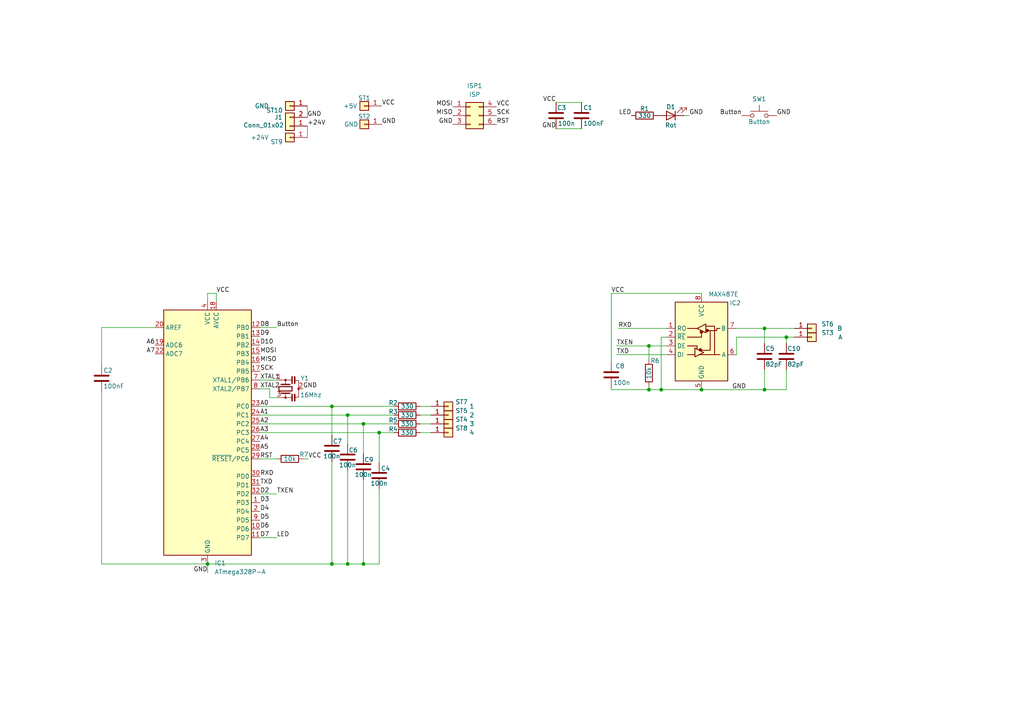
<source format=kicad_sch>
(kicad_sch (version 20211123) (generator eeschema)

  (uuid 47dd3edc-0f78-4a2c-86c5-a64ca9955e14)

  (paper "A4")

  (lib_symbols
    (symbol "Connector_Generic:Conn_01x01" (pin_names (offset 1.016) hide) (in_bom yes) (on_board yes)
      (property "Reference" "J" (id 0) (at 0 2.54 0)
        (effects (font (size 1.27 1.27)))
      )
      (property "Value" "Conn_01x01" (id 1) (at 0 -2.54 0)
        (effects (font (size 1.27 1.27)))
      )
      (property "Footprint" "" (id 2) (at 0 0 0)
        (effects (font (size 1.27 1.27)) hide)
      )
      (property "Datasheet" "~" (id 3) (at 0 0 0)
        (effects (font (size 1.27 1.27)) hide)
      )
      (property "ki_keywords" "connector" (id 4) (at 0 0 0)
        (effects (font (size 1.27 1.27)) hide)
      )
      (property "ki_description" "Generic connector, single row, 01x01, script generated (kicad-library-utils/schlib/autogen/connector/)" (id 5) (at 0 0 0)
        (effects (font (size 1.27 1.27)) hide)
      )
      (property "ki_fp_filters" "Connector*:*_1x??_*" (id 6) (at 0 0 0)
        (effects (font (size 1.27 1.27)) hide)
      )
      (symbol "Conn_01x01_1_1"
        (rectangle (start -1.27 0.127) (end 0 -0.127)
          (stroke (width 0.1524) (type default) (color 0 0 0 0))
          (fill (type none))
        )
        (rectangle (start -1.27 1.27) (end 1.27 -1.27)
          (stroke (width 0.254) (type default) (color 0 0 0 0))
          (fill (type background))
        )
        (pin passive line (at -5.08 0 0) (length 3.81)
          (name "Pin_1" (effects (font (size 1.27 1.27))))
          (number "1" (effects (font (size 1.27 1.27))))
        )
      )
    )
    (symbol "Connector_Generic:Conn_01x02" (pin_names (offset 1.016) hide) (in_bom yes) (on_board yes)
      (property "Reference" "J" (id 0) (at 0 2.54 0)
        (effects (font (size 1.27 1.27)))
      )
      (property "Value" "Conn_01x02" (id 1) (at 0 -5.08 0)
        (effects (font (size 1.27 1.27)))
      )
      (property "Footprint" "" (id 2) (at 0 0 0)
        (effects (font (size 1.27 1.27)) hide)
      )
      (property "Datasheet" "~" (id 3) (at 0 0 0)
        (effects (font (size 1.27 1.27)) hide)
      )
      (property "ki_keywords" "connector" (id 4) (at 0 0 0)
        (effects (font (size 1.27 1.27)) hide)
      )
      (property "ki_description" "Generic connector, single row, 01x02, script generated (kicad-library-utils/schlib/autogen/connector/)" (id 5) (at 0 0 0)
        (effects (font (size 1.27 1.27)) hide)
      )
      (property "ki_fp_filters" "Connector*:*_1x??_*" (id 6) (at 0 0 0)
        (effects (font (size 1.27 1.27)) hide)
      )
      (symbol "Conn_01x02_1_1"
        (rectangle (start -1.27 -2.413) (end 0 -2.667)
          (stroke (width 0.1524) (type default) (color 0 0 0 0))
          (fill (type none))
        )
        (rectangle (start -1.27 0.127) (end 0 -0.127)
          (stroke (width 0.1524) (type default) (color 0 0 0 0))
          (fill (type none))
        )
        (rectangle (start -1.27 1.27) (end 1.27 -3.81)
          (stroke (width 0.254) (type default) (color 0 0 0 0))
          (fill (type background))
        )
        (pin passive line (at -5.08 0 0) (length 3.81)
          (name "Pin_1" (effects (font (size 1.27 1.27))))
          (number "1" (effects (font (size 1.27 1.27))))
        )
        (pin passive line (at -5.08 -2.54 0) (length 3.81)
          (name "Pin_2" (effects (font (size 1.27 1.27))))
          (number "2" (effects (font (size 1.27 1.27))))
        )
      )
    )
    (symbol "Connector_Generic:Conn_02x03_Top_Bottom" (pin_names (offset 1.016) hide) (in_bom yes) (on_board yes)
      (property "Reference" "J" (id 0) (at 1.27 5.08 0)
        (effects (font (size 1.27 1.27)))
      )
      (property "Value" "Conn_02x03_Top_Bottom" (id 1) (at 1.27 -5.08 0)
        (effects (font (size 1.27 1.27)))
      )
      (property "Footprint" "" (id 2) (at 0 0 0)
        (effects (font (size 1.27 1.27)) hide)
      )
      (property "Datasheet" "~" (id 3) (at 0 0 0)
        (effects (font (size 1.27 1.27)) hide)
      )
      (property "ki_keywords" "connector" (id 4) (at 0 0 0)
        (effects (font (size 1.27 1.27)) hide)
      )
      (property "ki_description" "Generic connector, double row, 02x03, top/bottom pin numbering scheme (row 1: 1...pins_per_row, row2: pins_per_row+1 ... num_pins), script generated (kicad-library-utils/schlib/autogen/connector/)" (id 5) (at 0 0 0)
        (effects (font (size 1.27 1.27)) hide)
      )
      (property "ki_fp_filters" "Connector*:*_2x??_*" (id 6) (at 0 0 0)
        (effects (font (size 1.27 1.27)) hide)
      )
      (symbol "Conn_02x03_Top_Bottom_1_1"
        (rectangle (start -1.27 -2.413) (end 0 -2.667)
          (stroke (width 0.1524) (type default) (color 0 0 0 0))
          (fill (type none))
        )
        (rectangle (start -1.27 0.127) (end 0 -0.127)
          (stroke (width 0.1524) (type default) (color 0 0 0 0))
          (fill (type none))
        )
        (rectangle (start -1.27 2.667) (end 0 2.413)
          (stroke (width 0.1524) (type default) (color 0 0 0 0))
          (fill (type none))
        )
        (rectangle (start -1.27 3.81) (end 3.81 -3.81)
          (stroke (width 0.254) (type default) (color 0 0 0 0))
          (fill (type background))
        )
        (rectangle (start 3.81 -2.413) (end 2.54 -2.667)
          (stroke (width 0.1524) (type default) (color 0 0 0 0))
          (fill (type none))
        )
        (rectangle (start 3.81 0.127) (end 2.54 -0.127)
          (stroke (width 0.1524) (type default) (color 0 0 0 0))
          (fill (type none))
        )
        (rectangle (start 3.81 2.667) (end 2.54 2.413)
          (stroke (width 0.1524) (type default) (color 0 0 0 0))
          (fill (type none))
        )
        (pin passive line (at -5.08 2.54 0) (length 3.81)
          (name "Pin_1" (effects (font (size 1.27 1.27))))
          (number "1" (effects (font (size 1.27 1.27))))
        )
        (pin passive line (at -5.08 0 0) (length 3.81)
          (name "Pin_2" (effects (font (size 1.27 1.27))))
          (number "2" (effects (font (size 1.27 1.27))))
        )
        (pin passive line (at -5.08 -2.54 0) (length 3.81)
          (name "Pin_3" (effects (font (size 1.27 1.27))))
          (number "3" (effects (font (size 1.27 1.27))))
        )
        (pin passive line (at 7.62 2.54 180) (length 3.81)
          (name "Pin_4" (effects (font (size 1.27 1.27))))
          (number "4" (effects (font (size 1.27 1.27))))
        )
        (pin passive line (at 7.62 0 180) (length 3.81)
          (name "Pin_5" (effects (font (size 1.27 1.27))))
          (number "5" (effects (font (size 1.27 1.27))))
        )
        (pin passive line (at 7.62 -2.54 180) (length 3.81)
          (name "Pin_6" (effects (font (size 1.27 1.27))))
          (number "6" (effects (font (size 1.27 1.27))))
        )
      )
    )
    (symbol "Device:C" (pin_numbers hide) (pin_names (offset 0.254)) (in_bom yes) (on_board yes)
      (property "Reference" "C" (id 0) (at 0.635 2.54 0)
        (effects (font (size 1.27 1.27)) (justify left))
      )
      (property "Value" "C" (id 1) (at 0.635 -2.54 0)
        (effects (font (size 1.27 1.27)) (justify left))
      )
      (property "Footprint" "" (id 2) (at 0.9652 -3.81 0)
        (effects (font (size 1.27 1.27)) hide)
      )
      (property "Datasheet" "~" (id 3) (at 0 0 0)
        (effects (font (size 1.27 1.27)) hide)
      )
      (property "ki_keywords" "cap capacitor" (id 4) (at 0 0 0)
        (effects (font (size 1.27 1.27)) hide)
      )
      (property "ki_description" "Unpolarized capacitor" (id 5) (at 0 0 0)
        (effects (font (size 1.27 1.27)) hide)
      )
      (property "ki_fp_filters" "C_*" (id 6) (at 0 0 0)
        (effects (font (size 1.27 1.27)) hide)
      )
      (symbol "C_0_1"
        (polyline
          (pts
            (xy -2.032 -0.762)
            (xy 2.032 -0.762)
          )
          (stroke (width 0.508) (type default) (color 0 0 0 0))
          (fill (type none))
        )
        (polyline
          (pts
            (xy -2.032 0.762)
            (xy 2.032 0.762)
          )
          (stroke (width 0.508) (type default) (color 0 0 0 0))
          (fill (type none))
        )
      )
      (symbol "C_1_1"
        (pin passive line (at 0 3.81 270) (length 2.794)
          (name "~" (effects (font (size 1.27 1.27))))
          (number "1" (effects (font (size 1.27 1.27))))
        )
        (pin passive line (at 0 -3.81 90) (length 2.794)
          (name "~" (effects (font (size 1.27 1.27))))
          (number "2" (effects (font (size 1.27 1.27))))
        )
      )
    )
    (symbol "Device:LED" (pin_numbers hide) (pin_names (offset 1.016) hide) (in_bom yes) (on_board yes)
      (property "Reference" "D" (id 0) (at 0 2.54 0)
        (effects (font (size 1.27 1.27)))
      )
      (property "Value" "LED" (id 1) (at 0 -2.54 0)
        (effects (font (size 1.27 1.27)))
      )
      (property "Footprint" "" (id 2) (at 0 0 0)
        (effects (font (size 1.27 1.27)) hide)
      )
      (property "Datasheet" "~" (id 3) (at 0 0 0)
        (effects (font (size 1.27 1.27)) hide)
      )
      (property "ki_keywords" "LED diode" (id 4) (at 0 0 0)
        (effects (font (size 1.27 1.27)) hide)
      )
      (property "ki_description" "Light emitting diode" (id 5) (at 0 0 0)
        (effects (font (size 1.27 1.27)) hide)
      )
      (property "ki_fp_filters" "LED* LED_SMD:* LED_THT:*" (id 6) (at 0 0 0)
        (effects (font (size 1.27 1.27)) hide)
      )
      (symbol "LED_0_1"
        (polyline
          (pts
            (xy -1.27 -1.27)
            (xy -1.27 1.27)
          )
          (stroke (width 0.254) (type default) (color 0 0 0 0))
          (fill (type none))
        )
        (polyline
          (pts
            (xy -1.27 0)
            (xy 1.27 0)
          )
          (stroke (width 0) (type default) (color 0 0 0 0))
          (fill (type none))
        )
        (polyline
          (pts
            (xy 1.27 -1.27)
            (xy 1.27 1.27)
            (xy -1.27 0)
            (xy 1.27 -1.27)
          )
          (stroke (width 0.254) (type default) (color 0 0 0 0))
          (fill (type none))
        )
        (polyline
          (pts
            (xy -3.048 -0.762)
            (xy -4.572 -2.286)
            (xy -3.81 -2.286)
            (xy -4.572 -2.286)
            (xy -4.572 -1.524)
          )
          (stroke (width 0) (type default) (color 0 0 0 0))
          (fill (type none))
        )
        (polyline
          (pts
            (xy -1.778 -0.762)
            (xy -3.302 -2.286)
            (xy -2.54 -2.286)
            (xy -3.302 -2.286)
            (xy -3.302 -1.524)
          )
          (stroke (width 0) (type default) (color 0 0 0 0))
          (fill (type none))
        )
      )
      (symbol "LED_1_1"
        (pin passive line (at -3.81 0 0) (length 2.54)
          (name "K" (effects (font (size 1.27 1.27))))
          (number "1" (effects (font (size 1.27 1.27))))
        )
        (pin passive line (at 3.81 0 180) (length 2.54)
          (name "A" (effects (font (size 1.27 1.27))))
          (number "2" (effects (font (size 1.27 1.27))))
        )
      )
    )
    (symbol "Device:R" (pin_numbers hide) (pin_names (offset 0)) (in_bom yes) (on_board yes)
      (property "Reference" "R" (id 0) (at 2.032 0 90)
        (effects (font (size 1.27 1.27)))
      )
      (property "Value" "R" (id 1) (at 0 0 90)
        (effects (font (size 1.27 1.27)))
      )
      (property "Footprint" "" (id 2) (at -1.778 0 90)
        (effects (font (size 1.27 1.27)) hide)
      )
      (property "Datasheet" "~" (id 3) (at 0 0 0)
        (effects (font (size 1.27 1.27)) hide)
      )
      (property "ki_keywords" "R res resistor" (id 4) (at 0 0 0)
        (effects (font (size 1.27 1.27)) hide)
      )
      (property "ki_description" "Resistor" (id 5) (at 0 0 0)
        (effects (font (size 1.27 1.27)) hide)
      )
      (property "ki_fp_filters" "R_*" (id 6) (at 0 0 0)
        (effects (font (size 1.27 1.27)) hide)
      )
      (symbol "R_0_1"
        (rectangle (start -1.016 -2.54) (end 1.016 2.54)
          (stroke (width 0.254) (type default) (color 0 0 0 0))
          (fill (type none))
        )
      )
      (symbol "R_1_1"
        (pin passive line (at 0 3.81 270) (length 1.27)
          (name "~" (effects (font (size 1.27 1.27))))
          (number "1" (effects (font (size 1.27 1.27))))
        )
        (pin passive line (at 0 -3.81 90) (length 1.27)
          (name "~" (effects (font (size 1.27 1.27))))
          (number "2" (effects (font (size 1.27 1.27))))
        )
      )
    )
    (symbol "Device:Resonator_Small" (pin_names (offset 1.016) hide) (in_bom yes) (on_board yes)
      (property "Reference" "Y" (id 0) (at 3.175 1.905 0)
        (effects (font (size 1.27 1.27)) (justify left))
      )
      (property "Value" "Resonator_Small" (id 1) (at 3.175 0 0)
        (effects (font (size 1.27 1.27)) (justify left))
      )
      (property "Footprint" "" (id 2) (at -0.635 0 0)
        (effects (font (size 1.27 1.27)) hide)
      )
      (property "Datasheet" "~" (id 3) (at -0.635 0 0)
        (effects (font (size 1.27 1.27)) hide)
      )
      (property "ki_keywords" "ceramic resonator" (id 4) (at 0 0 0)
        (effects (font (size 1.27 1.27)) hide)
      )
      (property "ki_description" "Three pin ceramic resonator, small symbol" (id 5) (at 0 0 0)
        (effects (font (size 1.27 1.27)) hide)
      )
      (property "ki_fp_filters" "Filter* Resonator*" (id 6) (at 0 0 0)
        (effects (font (size 1.27 1.27)) hide)
      )
      (symbol "Resonator_Small_0_1"
        (rectangle (start -3.556 -2.54) (end -1.524 -2.794)
          (stroke (width 0) (type default) (color 0 0 0 0))
          (fill (type outline))
        )
        (rectangle (start -3.556 -1.778) (end -1.524 -2.032)
          (stroke (width 0) (type default) (color 0 0 0 0))
          (fill (type outline))
        )
        (circle (center -2.54 0) (radius 0.254)
          (stroke (width 0) (type default) (color 0 0 0 0))
          (fill (type outline))
        )
        (rectangle (start -0.635 1.905) (end 0.635 -1.905)
          (stroke (width 0.3048) (type default) (color 0 0 0 0))
          (fill (type none))
        )
        (circle (center 0 -3.81) (radius 0.254)
          (stroke (width 0) (type default) (color 0 0 0 0))
          (fill (type outline))
        )
        (polyline
          (pts
            (xy -2.54 -1.778)
            (xy -2.54 0)
          )
          (stroke (width 0) (type default) (color 0 0 0 0))
          (fill (type none))
        )
        (polyline
          (pts
            (xy -2.54 0)
            (xy -1.397 0)
          )
          (stroke (width 0) (type default) (color 0 0 0 0))
          (fill (type none))
        )
        (polyline
          (pts
            (xy -2.54 1.27)
            (xy -2.54 0)
          )
          (stroke (width 0) (type default) (color 0 0 0 0))
          (fill (type none))
        )
        (polyline
          (pts
            (xy -1.27 -1.27)
            (xy -1.27 1.27)
          )
          (stroke (width 0.381) (type default) (color 0 0 0 0))
          (fill (type none))
        )
        (polyline
          (pts
            (xy 1.27 -1.27)
            (xy 1.27 1.27)
          )
          (stroke (width 0.381) (type default) (color 0 0 0 0))
          (fill (type none))
        )
        (polyline
          (pts
            (xy 1.27 0)
            (xy 2.54 0)
          )
          (stroke (width 0) (type default) (color 0 0 0 0))
          (fill (type none))
        )
        (polyline
          (pts
            (xy 2.54 0)
            (xy 2.54 -1.778)
          )
          (stroke (width 0) (type default) (color 0 0 0 0))
          (fill (type none))
        )
        (polyline
          (pts
            (xy 2.54 1.27)
            (xy 2.54 0)
          )
          (stroke (width 0) (type default) (color 0 0 0 0))
          (fill (type none))
        )
        (polyline
          (pts
            (xy 2.413 -2.794)
            (xy 2.413 -3.81)
            (xy -2.413 -3.81)
            (xy -2.413 -2.667)
          )
          (stroke (width 0) (type default) (color 0 0 0 0))
          (fill (type none))
        )
        (rectangle (start 1.524 -2.54) (end 3.556 -2.794)
          (stroke (width 0) (type default) (color 0 0 0 0))
          (fill (type outline))
        )
        (rectangle (start 1.524 -1.778) (end 3.556 -2.032)
          (stroke (width 0) (type default) (color 0 0 0 0))
          (fill (type outline))
        )
        (circle (center 2.54 0) (radius 0.254)
          (stroke (width 0) (type default) (color 0 0 0 0))
          (fill (type outline))
        )
      )
      (symbol "Resonator_Small_1_1"
        (pin passive line (at -2.54 2.54 270) (length 1.27)
          (name "1" (effects (font (size 1.27 1.27))))
          (number "1" (effects (font (size 1.27 1.27))))
        )
        (pin passive line (at 0 -5.08 90) (length 1.27)
          (name "2" (effects (font (size 1.27 1.27))))
          (number "2" (effects (font (size 1.27 1.27))))
        )
        (pin passive line (at 2.54 2.54 270) (length 1.27)
          (name "3" (effects (font (size 1.27 1.27))))
          (number "3" (effects (font (size 1.27 1.27))))
        )
      )
    )
    (symbol "Interface_UART:MAX487E" (in_bom yes) (on_board yes)
      (property "Reference" "U" (id 0) (at -6.096 11.43 0)
        (effects (font (size 1.27 1.27)))
      )
      (property "Value" "MAX487E" (id 1) (at 0.762 11.43 0)
        (effects (font (size 1.27 1.27)) (justify left))
      )
      (property "Footprint" "" (id 2) (at 0 -17.78 0)
        (effects (font (size 1.27 1.27)) hide)
      )
      (property "Datasheet" "https://datasheets.maximintegrated.com/en/ds/MAX1487E-MAX491E.pdf" (id 3) (at 0 1.27 0)
        (effects (font (size 1.27 1.27)) hide)
      )
      (property "ki_keywords" "Half duplex RS-485/RS-422, 0.25 Mbps, ±15kV electro-static discharge (ESD) protection, with slew-rate, with low-power shutdown, with receiver/driver enable, 128 receiver drive kapacitity, DIP-8 and SOIC-8" (id 4) (at 0 0 0)
        (effects (font (size 1.27 1.27)) hide)
      )
      (property "ki_description" "Half duplex RS-485/RS-422, 0.25 Mbps, ±15kV electro-static discharge (ESD) protection, with slew-rate, with low-power shutdown, with receiver/driver enable, 128 receiver drive kapacitity, DIP-8 and SOIC-8" (id 5) (at 0 0 0)
        (effects (font (size 1.27 1.27)) hide)
      )
      (property "ki_fp_filters" "DIP*W7.62mm* SOIC*3.9x4.9mm*P1.27mm*" (id 6) (at 0 0 0)
        (effects (font (size 1.27 1.27)) hide)
      )
      (symbol "MAX487E_0_1"
        (rectangle (start -7.62 10.16) (end 7.62 -12.7)
          (stroke (width 0.254) (type default) (color 0 0 0 0))
          (fill (type background))
        )
        (circle (center -0.3048 -3.683) (radius 0.3556)
          (stroke (width 0.254) (type default) (color 0 0 0 0))
          (fill (type outline))
        )
        (circle (center -0.0254 1.4986) (radius 0.3556)
          (stroke (width 0.254) (type default) (color 0 0 0 0))
          (fill (type outline))
        )
        (polyline
          (pts
            (xy -4.064 -5.08)
            (xy -1.905 -5.08)
          )
          (stroke (width 0.254) (type default) (color 0 0 0 0))
          (fill (type none))
        )
        (polyline
          (pts
            (xy -4.064 2.54)
            (xy -1.27 2.54)
          )
          (stroke (width 0.254) (type default) (color 0 0 0 0))
          (fill (type none))
        )
        (polyline
          (pts
            (xy -1.27 -3.2004)
            (xy -1.27 -3.4544)
          )
          (stroke (width 0.254) (type default) (color 0 0 0 0))
          (fill (type none))
        )
        (polyline
          (pts
            (xy -0.635 -5.08)
            (xy 5.334 -5.08)
          )
          (stroke (width 0.254) (type default) (color 0 0 0 0))
          (fill (type none))
        )
        (polyline
          (pts
            (xy -4.064 -2.54)
            (xy -1.27 -2.54)
            (xy -1.27 -3.175)
          )
          (stroke (width 0.254) (type default) (color 0 0 0 0))
          (fill (type none))
        )
        (polyline
          (pts
            (xy 0 1.27)
            (xy 0 0)
            (xy -4.064 0)
          )
          (stroke (width 0.254) (type default) (color 0 0 0 0))
          (fill (type none))
        )
        (polyline
          (pts
            (xy 1.27 3.175)
            (xy 3.81 3.175)
            (xy 3.81 -5.08)
          )
          (stroke (width 0.254) (type default) (color 0 0 0 0))
          (fill (type none))
        )
        (polyline
          (pts
            (xy 2.54 1.905)
            (xy 2.54 -3.81)
            (xy 0 -3.81)
          )
          (stroke (width 0.254) (type default) (color 0 0 0 0))
          (fill (type none))
        )
        (polyline
          (pts
            (xy -1.905 -3.175)
            (xy -1.905 -5.715)
            (xy 0.635 -4.445)
            (xy -1.905 -3.175)
          )
          (stroke (width 0.254) (type default) (color 0 0 0 0))
          (fill (type none))
        )
        (polyline
          (pts
            (xy -1.27 2.54)
            (xy 1.27 3.81)
            (xy 1.27 1.27)
            (xy -1.27 2.54)
          )
          (stroke (width 0.254) (type default) (color 0 0 0 0))
          (fill (type none))
        )
        (polyline
          (pts
            (xy 1.905 1.905)
            (xy 4.445 1.905)
            (xy 4.445 2.54)
            (xy 5.334 2.54)
          )
          (stroke (width 0.254) (type default) (color 0 0 0 0))
          (fill (type none))
        )
        (rectangle (start 1.27 3.175) (end 1.27 3.175)
          (stroke (width 0) (type default) (color 0 0 0 0))
          (fill (type none))
        )
        (circle (center 1.651 1.905) (radius 0.3556)
          (stroke (width 0.254) (type default) (color 0 0 0 0))
          (fill (type outline))
        )
      )
      (symbol "MAX487E_1_1"
        (pin output line (at -10.16 2.54 0) (length 2.54)
          (name "RO" (effects (font (size 1.27 1.27))))
          (number "1" (effects (font (size 1.27 1.27))))
        )
        (pin input line (at -10.16 0 0) (length 2.54)
          (name "~{RE}" (effects (font (size 1.27 1.27))))
          (number "2" (effects (font (size 1.27 1.27))))
        )
        (pin input line (at -10.16 -2.54 0) (length 2.54)
          (name "DE" (effects (font (size 1.27 1.27))))
          (number "3" (effects (font (size 1.27 1.27))))
        )
        (pin input line (at -10.16 -5.08 0) (length 2.54)
          (name "DI" (effects (font (size 1.27 1.27))))
          (number "4" (effects (font (size 1.27 1.27))))
        )
        (pin power_in line (at 0 -15.24 90) (length 2.54)
          (name "GND" (effects (font (size 1.27 1.27))))
          (number "5" (effects (font (size 1.27 1.27))))
        )
        (pin bidirectional line (at 10.16 -5.08 180) (length 2.54)
          (name "A" (effects (font (size 1.27 1.27))))
          (number "6" (effects (font (size 1.27 1.27))))
        )
        (pin bidirectional line (at 10.16 2.54 180) (length 2.54)
          (name "B" (effects (font (size 1.27 1.27))))
          (number "7" (effects (font (size 1.27 1.27))))
        )
        (pin power_in line (at 0 12.7 270) (length 2.54)
          (name "VCC" (effects (font (size 1.27 1.27))))
          (number "8" (effects (font (size 1.27 1.27))))
        )
      )
    )
    (symbol "MCU_Microchip_ATmega:ATmega328P-A" (in_bom yes) (on_board yes)
      (property "Reference" "U" (id 0) (at -12.7 36.83 0)
        (effects (font (size 1.27 1.27)) (justify left bottom))
      )
      (property "Value" "ATmega328P-A" (id 1) (at 2.54 -36.83 0)
        (effects (font (size 1.27 1.27)) (justify left top))
      )
      (property "Footprint" "Package_QFP:TQFP-32_7x7mm_P0.8mm" (id 2) (at 0 0 0)
        (effects (font (size 1.27 1.27) italic) hide)
      )
      (property "Datasheet" "http://ww1.microchip.com/downloads/en/DeviceDoc/ATmega328_P%20AVR%20MCU%20with%20picoPower%20Technology%20Data%20Sheet%2040001984A.pdf" (id 3) (at 0 0 0)
        (effects (font (size 1.27 1.27)) hide)
      )
      (property "ki_keywords" "AVR 8bit Microcontroller MegaAVR PicoPower" (id 4) (at 0 0 0)
        (effects (font (size 1.27 1.27)) hide)
      )
      (property "ki_description" "20MHz, 32kB Flash, 2kB SRAM, 1kB EEPROM, TQFP-32" (id 5) (at 0 0 0)
        (effects (font (size 1.27 1.27)) hide)
      )
      (property "ki_fp_filters" "TQFP*7x7mm*P0.8mm*" (id 6) (at 0 0 0)
        (effects (font (size 1.27 1.27)) hide)
      )
      (symbol "ATmega328P-A_0_1"
        (rectangle (start -12.7 -35.56) (end 12.7 35.56)
          (stroke (width 0.254) (type default) (color 0 0 0 0))
          (fill (type background))
        )
      )
      (symbol "ATmega328P-A_1_1"
        (pin bidirectional line (at 15.24 -20.32 180) (length 2.54)
          (name "PD3" (effects (font (size 1.27 1.27))))
          (number "1" (effects (font (size 1.27 1.27))))
        )
        (pin bidirectional line (at 15.24 -27.94 180) (length 2.54)
          (name "PD6" (effects (font (size 1.27 1.27))))
          (number "10" (effects (font (size 1.27 1.27))))
        )
        (pin bidirectional line (at 15.24 -30.48 180) (length 2.54)
          (name "PD7" (effects (font (size 1.27 1.27))))
          (number "11" (effects (font (size 1.27 1.27))))
        )
        (pin bidirectional line (at 15.24 30.48 180) (length 2.54)
          (name "PB0" (effects (font (size 1.27 1.27))))
          (number "12" (effects (font (size 1.27 1.27))))
        )
        (pin bidirectional line (at 15.24 27.94 180) (length 2.54)
          (name "PB1" (effects (font (size 1.27 1.27))))
          (number "13" (effects (font (size 1.27 1.27))))
        )
        (pin bidirectional line (at 15.24 25.4 180) (length 2.54)
          (name "PB2" (effects (font (size 1.27 1.27))))
          (number "14" (effects (font (size 1.27 1.27))))
        )
        (pin bidirectional line (at 15.24 22.86 180) (length 2.54)
          (name "PB3" (effects (font (size 1.27 1.27))))
          (number "15" (effects (font (size 1.27 1.27))))
        )
        (pin bidirectional line (at 15.24 20.32 180) (length 2.54)
          (name "PB4" (effects (font (size 1.27 1.27))))
          (number "16" (effects (font (size 1.27 1.27))))
        )
        (pin bidirectional line (at 15.24 17.78 180) (length 2.54)
          (name "PB5" (effects (font (size 1.27 1.27))))
          (number "17" (effects (font (size 1.27 1.27))))
        )
        (pin power_in line (at 2.54 38.1 270) (length 2.54)
          (name "AVCC" (effects (font (size 1.27 1.27))))
          (number "18" (effects (font (size 1.27 1.27))))
        )
        (pin input line (at -15.24 25.4 0) (length 2.54)
          (name "ADC6" (effects (font (size 1.27 1.27))))
          (number "19" (effects (font (size 1.27 1.27))))
        )
        (pin bidirectional line (at 15.24 -22.86 180) (length 2.54)
          (name "PD4" (effects (font (size 1.27 1.27))))
          (number "2" (effects (font (size 1.27 1.27))))
        )
        (pin passive line (at -15.24 30.48 0) (length 2.54)
          (name "AREF" (effects (font (size 1.27 1.27))))
          (number "20" (effects (font (size 1.27 1.27))))
        )
        (pin passive line (at 0 -38.1 90) (length 2.54) hide
          (name "GND" (effects (font (size 1.27 1.27))))
          (number "21" (effects (font (size 1.27 1.27))))
        )
        (pin input line (at -15.24 22.86 0) (length 2.54)
          (name "ADC7" (effects (font (size 1.27 1.27))))
          (number "22" (effects (font (size 1.27 1.27))))
        )
        (pin bidirectional line (at 15.24 7.62 180) (length 2.54)
          (name "PC0" (effects (font (size 1.27 1.27))))
          (number "23" (effects (font (size 1.27 1.27))))
        )
        (pin bidirectional line (at 15.24 5.08 180) (length 2.54)
          (name "PC1" (effects (font (size 1.27 1.27))))
          (number "24" (effects (font (size 1.27 1.27))))
        )
        (pin bidirectional line (at 15.24 2.54 180) (length 2.54)
          (name "PC2" (effects (font (size 1.27 1.27))))
          (number "25" (effects (font (size 1.27 1.27))))
        )
        (pin bidirectional line (at 15.24 0 180) (length 2.54)
          (name "PC3" (effects (font (size 1.27 1.27))))
          (number "26" (effects (font (size 1.27 1.27))))
        )
        (pin bidirectional line (at 15.24 -2.54 180) (length 2.54)
          (name "PC4" (effects (font (size 1.27 1.27))))
          (number "27" (effects (font (size 1.27 1.27))))
        )
        (pin bidirectional line (at 15.24 -5.08 180) (length 2.54)
          (name "PC5" (effects (font (size 1.27 1.27))))
          (number "28" (effects (font (size 1.27 1.27))))
        )
        (pin bidirectional line (at 15.24 -7.62 180) (length 2.54)
          (name "~{RESET}/PC6" (effects (font (size 1.27 1.27))))
          (number "29" (effects (font (size 1.27 1.27))))
        )
        (pin power_in line (at 0 -38.1 90) (length 2.54)
          (name "GND" (effects (font (size 1.27 1.27))))
          (number "3" (effects (font (size 1.27 1.27))))
        )
        (pin bidirectional line (at 15.24 -12.7 180) (length 2.54)
          (name "PD0" (effects (font (size 1.27 1.27))))
          (number "30" (effects (font (size 1.27 1.27))))
        )
        (pin bidirectional line (at 15.24 -15.24 180) (length 2.54)
          (name "PD1" (effects (font (size 1.27 1.27))))
          (number "31" (effects (font (size 1.27 1.27))))
        )
        (pin bidirectional line (at 15.24 -17.78 180) (length 2.54)
          (name "PD2" (effects (font (size 1.27 1.27))))
          (number "32" (effects (font (size 1.27 1.27))))
        )
        (pin power_in line (at 0 38.1 270) (length 2.54)
          (name "VCC" (effects (font (size 1.27 1.27))))
          (number "4" (effects (font (size 1.27 1.27))))
        )
        (pin passive line (at 0 -38.1 90) (length 2.54) hide
          (name "GND" (effects (font (size 1.27 1.27))))
          (number "5" (effects (font (size 1.27 1.27))))
        )
        (pin passive line (at 0 38.1 270) (length 2.54) hide
          (name "VCC" (effects (font (size 1.27 1.27))))
          (number "6" (effects (font (size 1.27 1.27))))
        )
        (pin bidirectional line (at 15.24 15.24 180) (length 2.54)
          (name "XTAL1/PB6" (effects (font (size 1.27 1.27))))
          (number "7" (effects (font (size 1.27 1.27))))
        )
        (pin bidirectional line (at 15.24 12.7 180) (length 2.54)
          (name "XTAL2/PB7" (effects (font (size 1.27 1.27))))
          (number "8" (effects (font (size 1.27 1.27))))
        )
        (pin bidirectional line (at 15.24 -25.4 180) (length 2.54)
          (name "PD5" (effects (font (size 1.27 1.27))))
          (number "9" (effects (font (size 1.27 1.27))))
        )
      )
    )
    (symbol "Switch:SW_Push" (pin_numbers hide) (pin_names (offset 1.016) hide) (in_bom yes) (on_board yes)
      (property "Reference" "SW" (id 0) (at 1.27 2.54 0)
        (effects (font (size 1.27 1.27)) (justify left))
      )
      (property "Value" "SW_Push" (id 1) (at 0 -1.524 0)
        (effects (font (size 1.27 1.27)))
      )
      (property "Footprint" "" (id 2) (at 0 5.08 0)
        (effects (font (size 1.27 1.27)) hide)
      )
      (property "Datasheet" "~" (id 3) (at 0 5.08 0)
        (effects (font (size 1.27 1.27)) hide)
      )
      (property "ki_keywords" "switch normally-open pushbutton push-button" (id 4) (at 0 0 0)
        (effects (font (size 1.27 1.27)) hide)
      )
      (property "ki_description" "Push button switch, generic, two pins" (id 5) (at 0 0 0)
        (effects (font (size 1.27 1.27)) hide)
      )
      (symbol "SW_Push_0_1"
        (circle (center -2.032 0) (radius 0.508)
          (stroke (width 0) (type default) (color 0 0 0 0))
          (fill (type none))
        )
        (polyline
          (pts
            (xy 0 1.27)
            (xy 0 3.048)
          )
          (stroke (width 0) (type default) (color 0 0 0 0))
          (fill (type none))
        )
        (polyline
          (pts
            (xy 2.54 1.27)
            (xy -2.54 1.27)
          )
          (stroke (width 0) (type default) (color 0 0 0 0))
          (fill (type none))
        )
        (circle (center 2.032 0) (radius 0.508)
          (stroke (width 0) (type default) (color 0 0 0 0))
          (fill (type none))
        )
        (pin passive line (at -5.08 0 0) (length 2.54)
          (name "1" (effects (font (size 1.27 1.27))))
          (number "1" (effects (font (size 1.27 1.27))))
        )
        (pin passive line (at 5.08 0 180) (length 2.54)
          (name "2" (effects (font (size 1.27 1.27))))
          (number "2" (effects (font (size 1.27 1.27))))
        )
      )
    )
  )

  (junction (at 228.092 97.79) (diameter 0) (color 0 0 0 0)
    (uuid 057f6c5d-3100-4367-8557-04fa7e65fa85)
  )
  (junction (at 96.266 117.856) (diameter 0) (color 0 0 0 0)
    (uuid 16a5e41b-bbde-454b-9d86-3e5f73f30bf8)
  )
  (junction (at 221.742 95.25) (diameter 0) (color 0 0 0 0)
    (uuid 1b7b47ff-5e68-4221-a20f-ab4781398229)
  )
  (junction (at 203.454 113.03) (diameter 0) (color 0 0 0 0)
    (uuid 23989b36-5bf1-47fd-9d85-6835e59c2caa)
  )
  (junction (at 100.838 163.576) (diameter 0) (color 0 0 0 0)
    (uuid 29c609c6-63be-4874-919b-682a0bff95da)
  )
  (junction (at 105.41 163.576) (diameter 0) (color 0 0 0 0)
    (uuid 336d59eb-47e4-44f3-b754-6046ccef72b7)
  )
  (junction (at 96.266 163.576) (diameter 0) (color 0 0 0 0)
    (uuid 3879abad-4c1a-43b6-a11b-e3895eebb953)
  )
  (junction (at 109.982 125.476) (diameter 0) (color 0 0 0 0)
    (uuid 59cf1dce-2542-41e0-a3d9-e1e89c2f77ee)
  )
  (junction (at 100.838 120.396) (diameter 0) (color 0 0 0 0)
    (uuid 6d97ad7a-09c3-4a8e-a234-aeeffb84c80c)
  )
  (junction (at 191.77 113.03) (diameter 0) (color 0 0 0 0)
    (uuid 86432280-b1da-4a3b-9856-3e399137a968)
  )
  (junction (at 105.41 122.936) (diameter 0) (color 0 0 0 0)
    (uuid 8e37476a-58fb-4c72-b87c-bbc55f5cd8c3)
  )
  (junction (at 60.198 163.576) (diameter 0) (color 0 0 0 0)
    (uuid bb9ad52c-78d3-412f-9fbd-5a336f4bb93f)
  )
  (junction (at 221.742 113.03) (diameter 0) (color 0 0 0 0)
    (uuid bd2b441b-3bb0-4a8c-8b4d-bd9b75a4d1e6)
  )
  (junction (at 188.214 100.33) (diameter 0) (color 0 0 0 0)
    (uuid e106630a-50e9-4a13-852e-f2c169fe9ea6)
  )
  (junction (at 188.214 113.03) (diameter 0) (color 0 0 0 0)
    (uuid edd44cf6-6a78-4d6c-b40e-38b4223ba907)
  )

  (wire (pts (xy 161.29 37.338) (xy 168.656 37.338))
    (stroke (width 0) (type default) (color 0 0 0 0))
    (uuid 004471ae-0cac-4de7-b11c-1eb696b55125)
  )
  (wire (pts (xy 228.092 113.03) (xy 228.092 107.188))
    (stroke (width 0) (type default) (color 0 0 0 0))
    (uuid 0766c8ef-12fe-4ce5-9809-c50dd73901a7)
  )
  (wire (pts (xy 60.198 163.576) (xy 60.198 166.116))
    (stroke (width 0) (type default) (color 0 0 0 0))
    (uuid 07810667-3c9b-48f5-a09f-aae643e5bb9f)
  )
  (wire (pts (xy 221.742 95.25) (xy 221.742 99.568))
    (stroke (width 0) (type default) (color 0 0 0 0))
    (uuid 0a2e3cd5-24e4-4ecf-9cf9-ae5a84902907)
  )
  (wire (pts (xy 213.614 95.25) (xy 221.742 95.25))
    (stroke (width 0) (type default) (color 0 0 0 0))
    (uuid 11077416-f840-47ab-b785-fbba3d4477fa)
  )
  (wire (pts (xy 60.198 85.09) (xy 60.198 87.376))
    (stroke (width 0) (type default) (color 0 0 0 0))
    (uuid 198d9e57-6c73-4735-964e-e15a8393079c)
  )
  (wire (pts (xy 29.464 94.996) (xy 29.464 105.918))
    (stroke (width 0) (type default) (color 0 0 0 0))
    (uuid 1c9c0c74-12bb-469f-a850-3280e3f78dcd)
  )
  (wire (pts (xy 105.41 122.936) (xy 114.3 122.936))
    (stroke (width 0) (type default) (color 0 0 0 0))
    (uuid 1df96f6a-52e9-4254-a67a-f2928f536c62)
  )
  (wire (pts (xy 75.438 117.856) (xy 96.266 117.856))
    (stroke (width 0) (type default) (color 0 0 0 0))
    (uuid 1f59fbfe-b15f-44fc-97e1-015468776e62)
  )
  (wire (pts (xy 89.154 36.576) (xy 89.154 39.878))
    (stroke (width 0) (type default) (color 0 0 0 0))
    (uuid 275eef08-bee7-4edc-b7ec-c60fe6db9bb1)
  )
  (wire (pts (xy 121.92 120.396) (xy 124.968 120.396))
    (stroke (width 0) (type default) (color 0 0 0 0))
    (uuid 2ac9635a-e749-4720-92ad-5e0e3f9ba712)
  )
  (wire (pts (xy 179.324 95.25) (xy 193.294 95.25))
    (stroke (width 0) (type default) (color 0 0 0 0))
    (uuid 2ae13126-956b-4d41-bfe8-768f4826eeaf)
  )
  (wire (pts (xy 121.92 125.476) (xy 124.968 125.476))
    (stroke (width 0) (type default) (color 0 0 0 0))
    (uuid 2b290a3f-9552-484e-89af-abe5198322d3)
  )
  (wire (pts (xy 75.438 112.776) (xy 78.232 112.776))
    (stroke (width 0) (type default) (color 0 0 0 0))
    (uuid 2ba36dc2-0c1f-46b4-9216-aa445640c19c)
  )
  (wire (pts (xy 96.266 126.238) (xy 96.266 117.856))
    (stroke (width 0) (type default) (color 0 0 0 0))
    (uuid 2df35578-71ee-4316-ab26-953af06da34d)
  )
  (wire (pts (xy 177.292 85.09) (xy 177.292 104.902))
    (stroke (width 0) (type default) (color 0 0 0 0))
    (uuid 33157fa2-cb0b-4ad3-835e-3ebed84d9765)
  )
  (wire (pts (xy 80.264 155.956) (xy 75.438 155.956))
    (stroke (width 0) (type default) (color 0 0 0 0))
    (uuid 426d7dac-1e0d-4f1c-8c3b-0dad953e7ae6)
  )
  (wire (pts (xy 188.214 113.03) (xy 191.77 113.03))
    (stroke (width 0) (type default) (color 0 0 0 0))
    (uuid 4398cca0-20e2-4859-954e-69f61a5d163e)
  )
  (wire (pts (xy 75.438 120.396) (xy 100.838 120.396))
    (stroke (width 0) (type default) (color 0 0 0 0))
    (uuid 47eef043-bbcb-4bbf-8d53-90d5a8a932e3)
  )
  (wire (pts (xy 221.742 113.03) (xy 221.742 107.188))
    (stroke (width 0) (type default) (color 0 0 0 0))
    (uuid 50e92598-472f-4056-9a43-f4588f5c74ee)
  )
  (wire (pts (xy 96.266 163.576) (xy 100.838 163.576))
    (stroke (width 0) (type default) (color 0 0 0 0))
    (uuid 51a46a02-d3c5-4373-bede-6e07af16cd06)
  )
  (wire (pts (xy 105.41 163.576) (xy 109.982 163.576))
    (stroke (width 0) (type default) (color 0 0 0 0))
    (uuid 57ba590f-4734-4621-9606-d2216fd605fc)
  )
  (wire (pts (xy 177.292 112.522) (xy 177.292 113.03))
    (stroke (width 0) (type default) (color 0 0 0 0))
    (uuid 59da2a71-e589-40ed-841d-47062a200f0d)
  )
  (wire (pts (xy 29.464 163.576) (xy 60.198 163.576))
    (stroke (width 0) (type default) (color 0 0 0 0))
    (uuid 6018ae15-e91e-47aa-8466-560b214948b0)
  )
  (wire (pts (xy 191.77 97.79) (xy 191.77 113.03))
    (stroke (width 0) (type default) (color 0 0 0 0))
    (uuid 64f456a2-d876-40cb-9169-e040629182bb)
  )
  (wire (pts (xy 191.77 113.03) (xy 203.454 113.03))
    (stroke (width 0) (type default) (color 0 0 0 0))
    (uuid 68004b79-f5c7-40ac-8ba9-92a17211a980)
  )
  (wire (pts (xy 78.232 112.776) (xy 78.232 115.316))
    (stroke (width 0) (type default) (color 0 0 0 0))
    (uuid 68fda57d-0cac-42d0-8427-70caa8a9cae1)
  )
  (wire (pts (xy 75.438 94.996) (xy 80.264 94.996))
    (stroke (width 0) (type default) (color 0 0 0 0))
    (uuid 6ced0c7a-b3db-46da-a9be-48dc9b272cab)
  )
  (wire (pts (xy 121.92 122.936) (xy 124.968 122.936))
    (stroke (width 0) (type default) (color 0 0 0 0))
    (uuid 6e71108e-d1b8-44ee-9e54-059baf42caa1)
  )
  (wire (pts (xy 96.266 133.858) (xy 96.266 163.576))
    (stroke (width 0) (type default) (color 0 0 0 0))
    (uuid 6f2b07d2-f695-4542-8755-61961b1d882b)
  )
  (wire (pts (xy 213.614 97.79) (xy 228.092 97.79))
    (stroke (width 0) (type default) (color 0 0 0 0))
    (uuid 7220a8f7-6f79-4e78-a316-a5d886756455)
  )
  (wire (pts (xy 188.214 112.014) (xy 188.214 113.03))
    (stroke (width 0) (type default) (color 0 0 0 0))
    (uuid 7615b648-589a-4cb6-9378-68c81a1a4cfe)
  )
  (wire (pts (xy 62.738 85.09) (xy 60.198 85.09))
    (stroke (width 0) (type default) (color 0 0 0 0))
    (uuid 78c06cf3-aa2b-4b56-8f7e-abab552bb073)
  )
  (wire (pts (xy 199.898 33.528) (xy 198.374 33.528))
    (stroke (width 0) (type default) (color 0 0 0 0))
    (uuid 7d29d0b5-ae0a-4555-8206-b4157644f056)
  )
  (wire (pts (xy 178.816 100.33) (xy 188.214 100.33))
    (stroke (width 0) (type default) (color 0 0 0 0))
    (uuid 8585d0df-4e3f-4737-b857-2c553364ec8a)
  )
  (wire (pts (xy 96.266 117.856) (xy 114.3 117.856))
    (stroke (width 0) (type default) (color 0 0 0 0))
    (uuid 87d48bb1-203a-40ed-96f1-01da0181ab97)
  )
  (wire (pts (xy 75.438 125.476) (xy 109.982 125.476))
    (stroke (width 0) (type default) (color 0 0 0 0))
    (uuid 8a89047b-670f-4e5b-88c8-11ebc2d6248b)
  )
  (wire (pts (xy 80.264 110.236) (xy 75.438 110.236))
    (stroke (width 0) (type default) (color 0 0 0 0))
    (uuid 8aa29793-b7b3-404e-97f9-2dfa60988b20)
  )
  (wire (pts (xy 109.982 125.476) (xy 114.3 125.476))
    (stroke (width 0) (type default) (color 0 0 0 0))
    (uuid 8d885cba-a1c6-4ab4-9998-7074a9335676)
  )
  (wire (pts (xy 62.738 87.376) (xy 62.738 85.09))
    (stroke (width 0) (type default) (color 0 0 0 0))
    (uuid 8f7b0d66-bf55-4b41-a677-eaff415bb3e0)
  )
  (wire (pts (xy 80.264 133.096) (xy 75.438 133.096))
    (stroke (width 0) (type default) (color 0 0 0 0))
    (uuid 94761326-707c-4755-93e9-b5dc358713af)
  )
  (wire (pts (xy 109.982 134.112) (xy 109.982 125.476))
    (stroke (width 0) (type default) (color 0 0 0 0))
    (uuid 962588e9-96bb-4ff6-81ef-f0aa4e020306)
  )
  (wire (pts (xy 213.614 102.87) (xy 213.614 97.79))
    (stroke (width 0) (type default) (color 0 0 0 0))
    (uuid 97d89bb8-986a-4c45-a714-10d17f3f9a57)
  )
  (wire (pts (xy 100.838 136.398) (xy 100.838 163.576))
    (stroke (width 0) (type default) (color 0 0 0 0))
    (uuid 99b24d70-89e5-48a3-aaf3-dd81f19e1f94)
  )
  (wire (pts (xy 105.41 131.572) (xy 105.41 122.936))
    (stroke (width 0) (type default) (color 0 0 0 0))
    (uuid 9e8ef70e-a43d-49bf-bcd3-c8b3498676e4)
  )
  (wire (pts (xy 228.092 99.568) (xy 228.092 97.79))
    (stroke (width 0) (type default) (color 0 0 0 0))
    (uuid 9fca89d1-d2ec-43eb-bbeb-28ae6c4a4e0b)
  )
  (wire (pts (xy 178.816 102.87) (xy 193.294 102.87))
    (stroke (width 0) (type default) (color 0 0 0 0))
    (uuid a06eadc8-33b1-4eb9-9226-15c13dc183e5)
  )
  (wire (pts (xy 89.408 133.096) (xy 87.884 133.096))
    (stroke (width 0) (type default) (color 0 0 0 0))
    (uuid a296adff-a3c1-4be4-8264-2e9879106615)
  )
  (wire (pts (xy 78.232 115.316) (xy 80.264 115.316))
    (stroke (width 0) (type default) (color 0 0 0 0))
    (uuid a444a8c8-d261-4afd-8931-f3493aed214c)
  )
  (wire (pts (xy 105.41 139.192) (xy 105.41 163.576))
    (stroke (width 0) (type default) (color 0 0 0 0))
    (uuid a517d920-5398-4941-a4e8-87bff2b8eb9a)
  )
  (wire (pts (xy 221.742 113.03) (xy 228.092 113.03))
    (stroke (width 0) (type default) (color 0 0 0 0))
    (uuid a8a56965-7a18-4579-8a66-46c14bea65f9)
  )
  (wire (pts (xy 161.29 29.718) (xy 168.656 29.718))
    (stroke (width 0) (type default) (color 0 0 0 0))
    (uuid b1668f01-d3bd-42ba-812e-150bba31e374)
  )
  (wire (pts (xy 188.214 100.33) (xy 193.294 100.33))
    (stroke (width 0) (type default) (color 0 0 0 0))
    (uuid b43f39b0-ea0a-4e60-9261-42c530228562)
  )
  (wire (pts (xy 89.154 30.734) (xy 89.154 34.036))
    (stroke (width 0) (type default) (color 0 0 0 0))
    (uuid b9570c9f-c71f-416a-903a-4b75b4d2712a)
  )
  (wire (pts (xy 221.742 95.25) (xy 230.378 95.25))
    (stroke (width 0) (type default) (color 0 0 0 0))
    (uuid bf816d0b-d281-466f-9143-5cc6a4e90abe)
  )
  (wire (pts (xy 29.464 113.538) (xy 29.464 163.576))
    (stroke (width 0) (type default) (color 0 0 0 0))
    (uuid c270c536-4e90-4b0e-bfc1-67844d596b7b)
  )
  (wire (pts (xy 100.838 163.576) (xy 105.41 163.576))
    (stroke (width 0) (type default) (color 0 0 0 0))
    (uuid c4daecb9-252c-4574-a529-82a6fffeb267)
  )
  (wire (pts (xy 177.292 85.09) (xy 203.454 85.09))
    (stroke (width 0) (type default) (color 0 0 0 0))
    (uuid c8609ad0-a3d3-42b5-83a5-8cbabe6c7394)
  )
  (wire (pts (xy 121.92 117.856) (xy 124.968 117.856))
    (stroke (width 0) (type default) (color 0 0 0 0))
    (uuid cddefca5-feed-4b57-91a5-8bd4df3d9bce)
  )
  (wire (pts (xy 188.214 104.394) (xy 188.214 100.33))
    (stroke (width 0) (type default) (color 0 0 0 0))
    (uuid cfdf6fca-cc08-42fe-8e09-e0a859ba1160)
  )
  (wire (pts (xy 109.982 163.576) (xy 109.982 141.732))
    (stroke (width 0) (type default) (color 0 0 0 0))
    (uuid da083b46-86df-48d1-8c8e-13b7e781dce7)
  )
  (wire (pts (xy 228.092 97.79) (xy 230.378 97.79))
    (stroke (width 0) (type default) (color 0 0 0 0))
    (uuid dd02a183-8a7e-4936-b858-564a9840d3f6)
  )
  (wire (pts (xy 100.838 120.396) (xy 114.3 120.396))
    (stroke (width 0) (type default) (color 0 0 0 0))
    (uuid dd2a51b6-c399-46de-ac4a-6b70c354e84a)
  )
  (wire (pts (xy 75.438 122.936) (xy 105.41 122.936))
    (stroke (width 0) (type default) (color 0 0 0 0))
    (uuid de663598-d3a1-4965-b7f1-b22d5ff4a291)
  )
  (wire (pts (xy 203.454 113.03) (xy 221.742 113.03))
    (stroke (width 0) (type default) (color 0 0 0 0))
    (uuid e2cd91ca-eaec-4a74-9690-5791c69b9842)
  )
  (wire (pts (xy 193.294 97.79) (xy 191.77 97.79))
    (stroke (width 0) (type default) (color 0 0 0 0))
    (uuid e49ddabf-4807-4132-bd27-00da61f494f5)
  )
  (wire (pts (xy 80.264 143.256) (xy 75.438 143.256))
    (stroke (width 0) (type default) (color 0 0 0 0))
    (uuid eaa68653-58c4-4d70-b731-4311dfe6e5bf)
  )
  (wire (pts (xy 60.198 163.576) (xy 96.266 163.576))
    (stroke (width 0) (type default) (color 0 0 0 0))
    (uuid eddbf33a-4a94-4aa5-897c-b54f23315148)
  )
  (wire (pts (xy 100.838 128.778) (xy 100.838 120.396))
    (stroke (width 0) (type default) (color 0 0 0 0))
    (uuid f74e573e-5dd1-4c9d-b3dd-ac858da35f9c)
  )
  (wire (pts (xy 177.292 113.03) (xy 188.214 113.03))
    (stroke (width 0) (type default) (color 0 0 0 0))
    (uuid fa68c369-34b6-4893-8d43-204aae73e9c2)
  )
  (wire (pts (xy 44.958 94.996) (xy 29.464 94.996))
    (stroke (width 0) (type default) (color 0 0 0 0))
    (uuid ff6eed19-ef85-4524-9ad1-e4e5e9197fc6)
  )

  (label "VCC" (at 177.292 85.09 0)
    (effects (font (size 1.27 1.27)) (justify left bottom))
    (uuid 01d88df6-0d60-4f90-b0bf-68471395078c)
  )
  (label "D9" (at 75.438 97.536 0)
    (effects (font (size 1.27 1.27)) (justify left bottom))
    (uuid 024b12f2-dc9b-4539-96d7-ebc3efe893d8)
  )
  (label "GND" (at 131.318 36.068 180)
    (effects (font (size 1.27 1.27)) (justify right bottom))
    (uuid 13689c43-4770-4c9b-aaca-49d6843786ed)
  )
  (label "A3" (at 75.438 125.476 0)
    (effects (font (size 1.27 1.27)) (justify left bottom))
    (uuid 158046d9-c7fb-41ef-9c60-4650517bd9c4)
  )
  (label "RXD" (at 179.324 95.25 0)
    (effects (font (size 1.27 1.27)) (justify left bottom))
    (uuid 1bc70d3f-a6bd-48c1-aad2-37d990c8f0c3)
  )
  (label "TXEN" (at 178.816 100.33 0)
    (effects (font (size 1.27 1.27)) (justify left bottom))
    (uuid 1ff25604-4e1a-41ec-b697-762672ee5286)
  )
  (label "LED" (at 183.134 33.528 180)
    (effects (font (size 1.27 1.27)) (justify right bottom))
    (uuid 21dc0adc-12b3-471f-a4b2-877360a48353)
  )
  (label "D2" (at 75.438 143.256 0)
    (effects (font (size 1.27 1.27)) (justify left bottom))
    (uuid 21f2caae-ba1c-4224-a37e-49ce9442e5a8)
  )
  (label "D8" (at 75.438 94.996 0)
    (effects (font (size 1.27 1.27)) (justify left bottom))
    (uuid 23587a27-4862-448f-bfcc-c7e433cf79c4)
  )
  (label "VCC" (at 161.29 29.718 180)
    (effects (font (size 1.27 1.27)) (justify right bottom))
    (uuid 24c5f531-4a01-4159-a21e-48ef5423a165)
  )
  (label "VCC" (at 62.738 85.09 0)
    (effects (font (size 1.27 1.27)) (justify left bottom))
    (uuid 272544c1-c22e-44e2-b5f4-434599d1bf7a)
  )
  (label "LED" (at 80.264 155.956 0)
    (effects (font (size 1.27 1.27)) (justify left bottom))
    (uuid 28546da2-2cee-4e32-bc55-d84dfa769f39)
  )
  (label "Button" (at 215.138 33.528 180)
    (effects (font (size 1.27 1.27)) (justify right bottom))
    (uuid 3028e62c-c597-4d67-b143-90cf656542f1)
  )
  (label "VCC" (at 89.408 133.096 0)
    (effects (font (size 1.27 1.27)) (justify left bottom))
    (uuid 33eb7a94-e9d2-4e63-b833-d8673d6a2be5)
  )
  (label "GND" (at 87.884 112.776 0)
    (effects (font (size 1.27 1.27)) (justify left bottom))
    (uuid 396098d7-3088-46ac-a85d-446e996b67ea)
  )
  (label "MISO" (at 75.438 105.156 0)
    (effects (font (size 1.27 1.27)) (justify left bottom))
    (uuid 3ffbb0de-4d6e-4064-86ec-c1c348678255)
  )
  (label "SCK" (at 144.018 33.528 0)
    (effects (font (size 1.27 1.27)) (justify left bottom))
    (uuid 446a234a-5ea8-49b0-981b-6dd52419dde1)
  )
  (label "GND" (at 110.744 36.068 0)
    (effects (font (size 1.27 1.27)) (justify left bottom))
    (uuid 48290856-8de9-4828-9a0b-1d1e0be447d3)
  )
  (label "MOSI" (at 131.318 30.988 180)
    (effects (font (size 1.27 1.27)) (justify right bottom))
    (uuid 50574416-bf3d-4963-a90d-fea898122f54)
  )
  (label "TXEN" (at 80.264 143.256 0)
    (effects (font (size 1.27 1.27)) (justify left bottom))
    (uuid 51ab059e-c2e1-4f80-b926-f024b1c9f9a9)
  )
  (label "A5" (at 75.438 130.556 0)
    (effects (font (size 1.27 1.27)) (justify left bottom))
    (uuid 5c1828f8-27a0-4de7-86ad-47cc6f61c825)
  )
  (label "RST" (at 75.438 133.096 0)
    (effects (font (size 1.27 1.27)) (justify left bottom))
    (uuid 5eaffdb8-03bd-4524-9c52-61dac5e32dcf)
  )
  (label "A7" (at 44.958 102.616 180)
    (effects (font (size 1.27 1.27)) (justify right bottom))
    (uuid 5f5fb9d2-452c-41f5-8955-01844a41d714)
  )
  (label "A0" (at 75.438 117.856 0)
    (effects (font (size 1.27 1.27)) (justify left bottom))
    (uuid 60d9b4ad-be4d-4052-a3ae-5359cecdb993)
  )
  (label "SCK" (at 75.438 107.696 0)
    (effects (font (size 1.27 1.27)) (justify left bottom))
    (uuid 6e7658e2-e74b-42df-9b04-b3b2c1e0a832)
  )
  (label "GND" (at 199.898 33.528 0)
    (effects (font (size 1.27 1.27)) (justify left bottom))
    (uuid 72e3be49-71c6-427b-83fc-e04bf352cb7b)
  )
  (label "GND" (at 60.198 166.116 180)
    (effects (font (size 1.27 1.27)) (justify right bottom))
    (uuid 7e3d119a-f644-4c6d-872e-7829b545249a)
  )
  (label "RST" (at 144.018 36.068 0)
    (effects (font (size 1.27 1.27)) (justify left bottom))
    (uuid 928257be-39ba-4e22-a897-5efba14b2da6)
  )
  (label "TXD" (at 75.438 140.716 0)
    (effects (font (size 1.27 1.27)) (justify left bottom))
    (uuid 97fe4837-1188-4ec6-a117-82a878077a4a)
  )
  (label "D7" (at 75.438 155.956 0)
    (effects (font (size 1.27 1.27)) (justify left bottom))
    (uuid 9cfdac2f-f255-488d-a947-d051364cd02f)
  )
  (label "A4" (at 75.438 128.016 0)
    (effects (font (size 1.27 1.27)) (justify left bottom))
    (uuid a11ac8b8-ab43-4540-b97c-0c04adb537eb)
  )
  (label "GND" (at 89.154 34.036 0)
    (effects (font (size 1.27 1.27)) (justify left bottom))
    (uuid a2f69b2a-2cbc-41b0-b9e6-7ce39738ebd8)
  )
  (label "A1" (at 75.438 120.396 0)
    (effects (font (size 1.27 1.27)) (justify left bottom))
    (uuid a3750820-68b2-40dc-96c3-1f7057cb330b)
  )
  (label "MOSI" (at 75.438 102.616 0)
    (effects (font (size 1.27 1.27)) (justify left bottom))
    (uuid aadcd8a5-e57f-4543-a94b-98cc6ee12f00)
  )
  (label "RXD" (at 75.438 138.176 0)
    (effects (font (size 1.27 1.27)) (justify left bottom))
    (uuid b015ba34-cbdd-4e1a-943a-16bdca941680)
  )
  (label "VCC" (at 144.018 30.988 0)
    (effects (font (size 1.27 1.27)) (justify left bottom))
    (uuid bd8acacf-10d6-4baf-a5c7-06f41600c9a3)
  )
  (label "VCC" (at 110.744 30.734 0)
    (effects (font (size 1.27 1.27)) (justify left bottom))
    (uuid bed473fc-9f81-473b-bc45-0ad9b2b30dc2)
  )
  (label "D4" (at 75.438 148.336 0)
    (effects (font (size 1.27 1.27)) (justify left bottom))
    (uuid c39d5d01-7d6f-43c2-80c9-82f32ab7a406)
  )
  (label "D3" (at 75.438 145.796 0)
    (effects (font (size 1.27 1.27)) (justify left bottom))
    (uuid c8023dfb-d522-477c-a8bc-6b942a48a173)
  )
  (label "TXD" (at 178.816 102.87 0)
    (effects (font (size 1.27 1.27)) (justify left bottom))
    (uuid ca65d60d-0415-44cf-a60a-24e483846094)
  )
  (label "XTAL2" (at 75.438 112.776 0)
    (effects (font (size 1.27 1.27)) (justify left bottom))
    (uuid cec1346c-9a34-4a66-8778-9607914e117f)
  )
  (label "GND" (at 216.408 113.03 180)
    (effects (font (size 1.27 1.27)) (justify right bottom))
    (uuid d2e3569a-1db0-417c-b9f8-6c65a8bedf33)
  )
  (label "+24V" (at 89.154 36.576 0)
    (effects (font (size 1.27 1.27)) (justify left bottom))
    (uuid e2048a30-4532-462c-a58a-4279564bd335)
  )
  (label "D6" (at 75.438 153.416 0)
    (effects (font (size 1.27 1.27)) (justify left bottom))
    (uuid e2e58543-8542-4dac-97fe-0fd1dbd14c01)
  )
  (label "A6" (at 44.958 100.076 180)
    (effects (font (size 1.27 1.27)) (justify right bottom))
    (uuid e457aee3-5358-4686-b54e-d545fc3930c7)
  )
  (label "D5" (at 75.438 150.876 0)
    (effects (font (size 1.27 1.27)) (justify left bottom))
    (uuid eea81975-74b6-4ba8-bc1f-758084b3d3d1)
  )
  (label "D10" (at 75.438 100.076 0)
    (effects (font (size 1.27 1.27)) (justify left bottom))
    (uuid f00604a0-870a-4669-84bc-8968fdd76b39)
  )
  (label "A2" (at 75.438 122.936 0)
    (effects (font (size 1.27 1.27)) (justify left bottom))
    (uuid f0afb3c7-a643-4fff-98ed-024f4a2edb0d)
  )
  (label "GND" (at 225.298 33.528 0)
    (effects (font (size 1.27 1.27)) (justify left bottom))
    (uuid f1689029-0d87-40fa-94ce-69ea66718e59)
  )
  (label "XTAL1" (at 75.438 110.236 0)
    (effects (font (size 1.27 1.27)) (justify left bottom))
    (uuid f1e55516-8ece-49a0-9faf-63d8db8b2013)
  )
  (label "Button" (at 80.264 94.996 0)
    (effects (font (size 1.27 1.27)) (justify left bottom))
    (uuid f32e515d-09a5-496c-81c1-232734c075ed)
  )
  (label "MISO" (at 131.318 33.528 180)
    (effects (font (size 1.27 1.27)) (justify right bottom))
    (uuid f4b627d9-e5dd-4522-91c5-e84ff8059034)
  )
  (label "GND" (at 161.29 37.338 180)
    (effects (font (size 1.27 1.27)) (justify right bottom))
    (uuid fc320835-7655-4f87-bc28-55ab0c183759)
  )

  (symbol (lib_id "Device:Resonator_Small") (at 82.804 112.776 90) (mirror x) (unit 1)
    (in_bom yes) (on_board yes)
    (uuid 010e642f-141d-43af-9e1c-815e13cef49c)
    (property "Reference" "Y1" (id 0) (at 88.392 109.728 90))
    (property "Value" "16Mhz" (id 1) (at 90.17 114.554 90))
    (property "Footprint" "Crystal:Resonator_SMD_Murata_CSTxExxV-3Pin_3.0x1.1mm" (id 2) (at 82.804 112.141 0)
      (effects (font (size 1.27 1.27)) hide)
    )
    (property "Datasheet" "~" (id 3) (at 82.804 112.141 0)
      (effects (font (size 1.27 1.27)) hide)
    )
    (pin "1" (uuid 45ccfe65-5db3-46ff-af25-07a903616a50))
    (pin "2" (uuid a9e4ceec-aa8c-4ec5-829a-06a50d1ccec4))
    (pin "3" (uuid 6ae6f5c9-7738-4833-a647-6c077e6db6ed))
  )

  (symbol (lib_id "Device:C") (at 221.742 103.378 0) (unit 1)
    (in_bom yes) (on_board yes)
    (uuid 15c300b6-8254-4421-90d0-6e530898d1b0)
    (property "Reference" "C5" (id 0) (at 221.996 101.092 0)
      (effects (font (size 1.27 1.27)) (justify left))
    )
    (property "Value" "82pF" (id 1) (at 221.996 105.664 0)
      (effects (font (size 1.27 1.27)) (justify left))
    )
    (property "Footprint" "Capacitor_SMD:C_0805_2012Metric_Pad1.18x1.45mm_HandSolder" (id 2) (at 222.7072 107.188 0)
      (effects (font (size 1.27 1.27)) hide)
    )
    (property "Datasheet" "~" (id 3) (at 221.742 103.378 0)
      (effects (font (size 1.27 1.27)) hide)
    )
    (pin "1" (uuid 536e2c98-9abc-4a98-b42d-676aa895f8a5))
    (pin "2" (uuid df93b3db-2168-4717-8b72-d7a47f6e5b67))
  )

  (symbol (lib_id "Connector_Generic:Conn_01x01") (at 235.458 95.25 0) (unit 1)
    (in_bom yes) (on_board yes)
    (uuid 1a36c796-9f27-4947-aa22-c5c617dbfc37)
    (property "Reference" "ST6" (id 0) (at 238.252 93.9799 0)
      (effects (font (size 1.27 1.27)) (justify left))
    )
    (property "Value" "B" (id 1) (at 242.824 95.25 0)
      (effects (font (size 1.27 1.27)) (justify left))
    )
    (property "Footprint" "TestPoint:TestPoint_Pad_2.0x1.0mm" (id 2) (at 235.458 95.25 0)
      (effects (font (size 1.27 1.27)) hide)
    )
    (property "Datasheet" "~" (id 3) (at 235.458 95.25 0)
      (effects (font (size 1.27 1.27)) hide)
    )
    (pin "1" (uuid 460be9ef-b7c3-44a8-ab04-de632390b123))
  )

  (symbol (lib_id "Device:R") (at 118.11 125.476 90) (unit 1)
    (in_bom yes) (on_board yes)
    (uuid 22a5f5cd-63b2-4795-8e67-86ecdf32e51c)
    (property "Reference" "R4" (id 0) (at 114.046 124.46 90))
    (property "Value" "330" (id 1) (at 118.11 125.476 90))
    (property "Footprint" "Resistor_SMD:R_0805_2012Metric_Pad1.20x1.40mm_HandSolder" (id 2) (at 118.11 127.254 90)
      (effects (font (size 1.27 1.27)) hide)
    )
    (property "Datasheet" "~" (id 3) (at 118.11 125.476 0)
      (effects (font (size 1.27 1.27)) hide)
    )
    (pin "1" (uuid ae90e83c-102f-4cf9-a2ad-5e1d49d7e703))
    (pin "2" (uuid 6583d515-2550-44ff-8f8d-089cdafb8610))
  )

  (symbol (lib_id "Connector_Generic:Conn_01x01") (at 130.048 120.396 0) (unit 1)
    (in_bom yes) (on_board yes)
    (uuid 24cec9fc-fddf-488f-b15f-425e8e78b196)
    (property "Reference" "ST5" (id 0) (at 132.08 119.1259 0)
      (effects (font (size 1.27 1.27)) (justify left))
    )
    (property "Value" "2" (id 1) (at 136.144 120.396 0)
      (effects (font (size 1.27 1.27)) (justify left))
    )
    (property "Footprint" "TestPoint:TestPoint_Pad_2.0x1.0mm" (id 2) (at 130.048 120.396 0)
      (effects (font (size 1.27 1.27)) hide)
    )
    (property "Datasheet" "~" (id 3) (at 130.048 120.396 0)
      (effects (font (size 1.27 1.27)) hide)
    )
    (pin "1" (uuid 25a17ffe-204a-4f9e-91f7-ba6cf18f233f))
  )

  (symbol (lib_id "Device:C") (at 168.656 33.528 180) (unit 1)
    (in_bom yes) (on_board yes)
    (uuid 27f6f5ce-bbe1-4efd-bd83-f913b5e99e21)
    (property "Reference" "C1" (id 0) (at 169.164 31.242 0)
      (effects (font (size 1.27 1.27)) (justify right))
    )
    (property "Value" "100nF" (id 1) (at 169.164 35.814 0)
      (effects (font (size 1.27 1.27)) (justify right))
    )
    (property "Footprint" "Capacitor_SMD:C_0805_2012Metric_Pad1.18x1.45mm_HandSolder" (id 2) (at 167.6908 29.718 0)
      (effects (font (size 1.27 1.27)) hide)
    )
    (property "Datasheet" "~" (id 3) (at 168.656 33.528 0)
      (effects (font (size 1.27 1.27)) hide)
    )
    (pin "1" (uuid a89ef86c-f9bb-4a80-ada7-d8a452ad15a1))
    (pin "2" (uuid afbc2f2a-1f59-4972-98dd-a604e50b5321))
  )

  (symbol (lib_id "Connector_Generic:Conn_01x01") (at 105.664 30.734 180) (unit 1)
    (in_bom yes) (on_board yes)
    (uuid 28bbd3e1-66ec-44b4-b98c-0de2d07755d9)
    (property "Reference" "ST1" (id 0) (at 105.664 28.448 0))
    (property "Value" "+5V" (id 1) (at 101.6 30.734 0))
    (property "Footprint" "TestPoint:TestPoint_THTPad_2.0x2.0mm_Drill1.0mm" (id 2) (at 105.664 30.734 0)
      (effects (font (size 1.27 1.27)) hide)
    )
    (property "Datasheet" "~" (id 3) (at 105.664 30.734 0)
      (effects (font (size 1.27 1.27)) hide)
    )
    (pin "1" (uuid 1f1b09c7-399a-47c0-a971-9d587fb01d4b))
  )

  (symbol (lib_id "Connector_Generic:Conn_01x01") (at 235.458 97.79 0) (unit 1)
    (in_bom yes) (on_board yes)
    (uuid 2c9d612e-f7bf-435b-97ce-705fae98af25)
    (property "Reference" "ST3" (id 0) (at 238.252 96.5199 0)
      (effects (font (size 1.27 1.27)) (justify left))
    )
    (property "Value" "A" (id 1) (at 243.078 97.79 0)
      (effects (font (size 1.27 1.27)) (justify left))
    )
    (property "Footprint" "TestPoint:TestPoint_Pad_2.0x1.0mm" (id 2) (at 235.458 97.79 0)
      (effects (font (size 1.27 1.27)) hide)
    )
    (property "Datasheet" "~" (id 3) (at 235.458 97.79 0)
      (effects (font (size 1.27 1.27)) hide)
    )
    (pin "1" (uuid ca5190a7-2e30-4397-9fcd-1ac7b0e782a7))
  )

  (symbol (lib_id "Device:R") (at 118.11 120.396 90) (unit 1)
    (in_bom yes) (on_board yes)
    (uuid 51388189-dcab-4417-badc-ae4f000a20a5)
    (property "Reference" "R3" (id 0) (at 114.046 119.38 90))
    (property "Value" "330" (id 1) (at 118.11 120.396 90))
    (property "Footprint" "Resistor_SMD:R_0805_2012Metric_Pad1.20x1.40mm_HandSolder" (id 2) (at 118.11 122.174 90)
      (effects (font (size 1.27 1.27)) hide)
    )
    (property "Datasheet" "~" (id 3) (at 118.11 120.396 0)
      (effects (font (size 1.27 1.27)) hide)
    )
    (pin "1" (uuid 80df119e-93ee-430e-a6cc-93fea2396fb9))
    (pin "2" (uuid 06e3189b-28f7-4769-a7cf-98b98e8ffcb6))
  )

  (symbol (lib_id "Interface_UART:MAX487E") (at 203.454 97.79 0) (unit 1)
    (in_bom yes) (on_board yes)
    (uuid 5fe91c1c-742a-454c-9423-0db3c00b667e)
    (property "Reference" "IC2" (id 0) (at 211.582 87.884 0)
      (effects (font (size 1.27 1.27)) (justify left))
    )
    (property "Value" "MAX487E" (id 1) (at 205.4734 85.344 0)
      (effects (font (size 1.27 1.27)) (justify left))
    )
    (property "Footprint" "Package_SO:SOIC-8_3.9x4.9mm_P1.27mm" (id 2) (at 203.454 115.57 0)
      (effects (font (size 1.27 1.27)) hide)
    )
    (property "Datasheet" "https://datasheets.maximintegrated.com/en/ds/MAX1487E-MAX491E.pdf" (id 3) (at 203.454 96.52 0)
      (effects (font (size 1.27 1.27)) hide)
    )
    (pin "1" (uuid e04784b2-ea08-44c0-b911-257b88e557d0))
    (pin "2" (uuid 9ceaa7ba-2623-417b-aa18-e34a3b3608cf))
    (pin "3" (uuid f918b965-e261-403d-9b8d-7de455dad1d0))
    (pin "4" (uuid 5726df53-bdd7-4395-9359-37f6dc0d893d))
    (pin "5" (uuid b2b82d91-0cc5-4c77-82d6-dbf1d53c3bb2))
    (pin "6" (uuid 27e2f6e4-c045-4def-889a-415a973b91b4))
    (pin "7" (uuid d7d248f1-748e-4c9b-96f1-1fc7c9b86e74))
    (pin "8" (uuid 0cb65a6e-e360-4ef6-a5fe-d771eb7d800b))
  )

  (symbol (lib_id "Connector_Generic:Conn_01x01") (at 105.664 36.068 180) (unit 1)
    (in_bom yes) (on_board yes)
    (uuid 6b2dfbbd-c605-44b0-a10e-491ee742f66a)
    (property "Reference" "ST2" (id 0) (at 105.664 33.782 0))
    (property "Value" "GND" (id 1) (at 101.854 36.068 0))
    (property "Footprint" "TestPoint:TestPoint_THTPad_2.0x2.0mm_Drill1.0mm" (id 2) (at 105.664 36.068 0)
      (effects (font (size 1.27 1.27)) hide)
    )
    (property "Datasheet" "~" (id 3) (at 105.664 36.068 0)
      (effects (font (size 1.27 1.27)) hide)
    )
    (pin "1" (uuid 382f6980-583d-48ea-9744-d23ba24bde61))
  )

  (symbol (lib_id "Connector_Generic:Conn_01x01") (at 130.048 125.476 0) (unit 1)
    (in_bom yes) (on_board yes)
    (uuid 74192d59-109f-45bd-9e7e-523456c3300f)
    (property "Reference" "ST8" (id 0) (at 132.08 124.2059 0)
      (effects (font (size 1.27 1.27)) (justify left))
    )
    (property "Value" "4" (id 1) (at 136.144 125.476 0)
      (effects (font (size 1.27 1.27)) (justify left))
    )
    (property "Footprint" "TestPoint:TestPoint_Pad_2.0x1.0mm" (id 2) (at 130.048 125.476 0)
      (effects (font (size 1.27 1.27)) hide)
    )
    (property "Datasheet" "~" (id 3) (at 130.048 125.476 0)
      (effects (font (size 1.27 1.27)) hide)
    )
    (pin "1" (uuid 76feaac8-1d72-4a7c-acc7-4885cb2a129f))
  )

  (symbol (lib_id "Device:C") (at 228.092 103.378 0) (unit 1)
    (in_bom yes) (on_board yes)
    (uuid 7b3b9d4c-8d09-40c3-b721-853f0605e9c8)
    (property "Reference" "C10" (id 0) (at 228.346 101.092 0)
      (effects (font (size 1.27 1.27)) (justify left))
    )
    (property "Value" "82pF" (id 1) (at 228.346 105.664 0)
      (effects (font (size 1.27 1.27)) (justify left))
    )
    (property "Footprint" "Capacitor_SMD:C_0805_2012Metric_Pad1.18x1.45mm_HandSolder" (id 2) (at 229.0572 107.188 0)
      (effects (font (size 1.27 1.27)) hide)
    )
    (property "Datasheet" "~" (id 3) (at 228.092 103.378 0)
      (effects (font (size 1.27 1.27)) hide)
    )
    (pin "1" (uuid a439b981-c640-421a-84ac-89cf371dc992))
    (pin "2" (uuid b409779a-be78-47b3-a703-4b82abc353cc))
  )

  (symbol (lib_id "Connector_Generic:Conn_01x02") (at 84.074 36.576 180) (unit 1)
    (in_bom yes) (on_board yes)
    (uuid 7d68375e-71e8-4332-a3dc-72bbabfb341e)
    (property "Reference" "J1" (id 0) (at 80.772 34.036 0))
    (property "Value" "Conn_01x02" (id 1) (at 76.454 36.322 0))
    (property "Footprint" "Connector_PinHeader_2.54mm:PinHeader_1x02_P2.54mm_Vertical" (id 2) (at 84.074 36.576 0)
      (effects (font (size 1.27 1.27)) hide)
    )
    (property "Datasheet" "~" (id 3) (at 84.074 36.576 0)
      (effects (font (size 1.27 1.27)) hide)
    )
    (pin "1" (uuid 822f391c-f272-4fee-9c87-26d5d3cdc9d1))
    (pin "2" (uuid f684f054-906d-4ddd-a341-2687de73cdda))
  )

  (symbol (lib_id "Connector_Generic:Conn_01x01") (at 130.048 117.856 0) (unit 1)
    (in_bom yes) (on_board yes)
    (uuid 83e63afd-6b8e-495f-bcb3-7ad68a4c209a)
    (property "Reference" "ST7" (id 0) (at 132.08 116.5859 0)
      (effects (font (size 1.27 1.27)) (justify left))
    )
    (property "Value" "1" (id 1) (at 136.144 117.856 0)
      (effects (font (size 1.27 1.27)) (justify left))
    )
    (property "Footprint" "TestPoint:TestPoint_Pad_2.0x1.0mm" (id 2) (at 130.048 117.856 0)
      (effects (font (size 1.27 1.27)) hide)
    )
    (property "Datasheet" "~" (id 3) (at 130.048 117.856 0)
      (effects (font (size 1.27 1.27)) hide)
    )
    (pin "1" (uuid dd709903-c57a-49f7-95fe-530d511c9f3f))
  )

  (symbol (lib_id "Device:LED") (at 194.564 33.528 180) (unit 1)
    (in_bom yes) (on_board yes)
    (uuid 84bfcff5-6a57-4c8f-a2c3-ddfa389815ad)
    (property "Reference" "D1" (id 0) (at 194.564 30.988 0))
    (property "Value" "Rot" (id 1) (at 194.564 36.322 0))
    (property "Footprint" "LED_THT:LED_D3.0mm" (id 2) (at 194.564 33.528 0)
      (effects (font (size 1.27 1.27)) hide)
    )
    (property "Datasheet" "~" (id 3) (at 194.564 33.528 0)
      (effects (font (size 1.27 1.27)) hide)
    )
    (pin "1" (uuid 9e4c7a05-d2cb-4402-bc37-34cabc3cfed1))
    (pin "2" (uuid 09862b1d-f9c9-455b-81b4-b23b419e287f))
  )

  (symbol (lib_id "Device:C") (at 96.266 130.048 0) (unit 1)
    (in_bom yes) (on_board yes)
    (uuid 8fd7348f-2332-4b07-b52b-5b9f3873e9f5)
    (property "Reference" "C7" (id 0) (at 96.52 128.016 0)
      (effects (font (size 1.27 1.27)) (justify left))
    )
    (property "Value" "100n" (id 1) (at 93.726 132.334 0)
      (effects (font (size 1.27 1.27)) (justify left))
    )
    (property "Footprint" "Capacitor_SMD:C_0805_2012Metric_Pad1.18x1.45mm_HandSolder" (id 2) (at 97.2312 133.858 0)
      (effects (font (size 1.27 1.27)) hide)
    )
    (property "Datasheet" "~" (id 3) (at 96.266 130.048 0)
      (effects (font (size 1.27 1.27)) hide)
    )
    (pin "1" (uuid 35ba69cf-95fd-4380-9b18-ca34fa93dd82))
    (pin "2" (uuid 5fdfada8-640a-4877-8139-8a41e19b8066))
  )

  (symbol (lib_id "Device:R") (at 84.074 133.096 270) (mirror x) (unit 1)
    (in_bom yes) (on_board yes)
    (uuid 90fd8ee3-5957-41de-bcb8-e2a0ee9513e1)
    (property "Reference" "R7" (id 0) (at 88.138 131.826 90))
    (property "Value" "10k" (id 1) (at 84.074 133.096 90))
    (property "Footprint" "Resistor_SMD:R_0805_2012Metric_Pad1.20x1.40mm_HandSolder" (id 2) (at 84.074 134.874 90)
      (effects (font (size 1.27 1.27)) hide)
    )
    (property "Datasheet" "~" (id 3) (at 84.074 133.096 0)
      (effects (font (size 1.27 1.27)) hide)
    )
    (pin "1" (uuid c1d0b308-9755-466b-b7f9-2cabfa09b69b))
    (pin "2" (uuid e06429e8-c65b-4e20-9765-6d7c66453b3d))
  )

  (symbol (lib_id "Device:R") (at 186.944 33.528 90) (unit 1)
    (in_bom yes) (on_board yes)
    (uuid 99c97435-a5ea-40a8-9e27-631f25aae093)
    (property "Reference" "R1" (id 0) (at 186.944 31.496 90))
    (property "Value" "330" (id 1) (at 186.944 33.528 90))
    (property "Footprint" "Resistor_SMD:R_0805_2012Metric_Pad1.20x1.40mm_HandSolder" (id 2) (at 186.944 35.306 90)
      (effects (font (size 1.27 1.27)) hide)
    )
    (property "Datasheet" "~" (id 3) (at 186.944 33.528 0)
      (effects (font (size 1.27 1.27)) hide)
    )
    (pin "1" (uuid 8586d372-e697-4aca-b4f2-3137495b681d))
    (pin "2" (uuid 2093b333-8826-49f1-8e60-730c6806d703))
  )

  (symbol (lib_id "Device:C") (at 161.29 33.528 0) (unit 1)
    (in_bom yes) (on_board yes)
    (uuid a0b18f6c-4c59-4c04-82b8-8a34609ecf95)
    (property "Reference" "C3" (id 0) (at 161.544 31.242 0)
      (effects (font (size 1.27 1.27)) (justify left))
    )
    (property "Value" "100n" (id 1) (at 161.798 35.814 0)
      (effects (font (size 1.27 1.27)) (justify left))
    )
    (property "Footprint" "Capacitor_SMD:C_0805_2012Metric_Pad1.18x1.45mm_HandSolder" (id 2) (at 162.2552 37.338 0)
      (effects (font (size 1.27 1.27)) hide)
    )
    (property "Datasheet" "~" (id 3) (at 161.29 33.528 0)
      (effects (font (size 1.27 1.27)) hide)
    )
    (pin "1" (uuid 611c4409-d8c1-46a3-af28-d4559fde72d4))
    (pin "2" (uuid be4c47e3-20b6-4663-872a-73cd423af3cf))
  )

  (symbol (lib_id "Device:R") (at 118.11 122.936 90) (unit 1)
    (in_bom yes) (on_board yes)
    (uuid b2f5d808-2110-41d0-9b31-b52b912394e2)
    (property "Reference" "R5" (id 0) (at 114.046 121.92 90))
    (property "Value" "330" (id 1) (at 118.11 122.936 90))
    (property "Footprint" "Resistor_SMD:R_0805_2012Metric_Pad1.20x1.40mm_HandSolder" (id 2) (at 118.11 124.714 90)
      (effects (font (size 1.27 1.27)) hide)
    )
    (property "Datasheet" "~" (id 3) (at 118.11 122.936 0)
      (effects (font (size 1.27 1.27)) hide)
    )
    (pin "1" (uuid 9fba313d-4cfb-40d8-b9e8-f5c1875e21b9))
    (pin "2" (uuid 99e22e3a-135d-4dcb-8146-2bba2138d147))
  )

  (symbol (lib_id "Switch:SW_Push") (at 220.218 33.528 0) (unit 1)
    (in_bom yes) (on_board yes)
    (uuid b4ade753-e0ec-49c4-9d2b-a215538b0b87)
    (property "Reference" "SW1" (id 0) (at 220.218 28.702 0))
    (property "Value" "Button" (id 1) (at 220.218 35.306 0))
    (property "Footprint" "Button_Switch_SMD:SW_Push_1P1T_NO_CK_KMR2" (id 2) (at 220.218 28.448 0)
      (effects (font (size 1.27 1.27)) hide)
    )
    (property "Datasheet" "~" (id 3) (at 220.218 28.448 0)
      (effects (font (size 1.27 1.27)) hide)
    )
    (pin "1" (uuid 73de23a1-cbe3-4309-b52e-4822daefbc29))
    (pin "2" (uuid 3155aae1-b9e5-43e6-9b54-25f32f933eae))
  )

  (symbol (lib_id "Connector_Generic:Conn_01x01") (at 130.048 122.936 0) (unit 1)
    (in_bom yes) (on_board yes)
    (uuid c285c3be-049b-4461-9204-0ffd150c6010)
    (property "Reference" "ST4" (id 0) (at 132.08 121.6659 0)
      (effects (font (size 1.27 1.27)) (justify left))
    )
    (property "Value" "3" (id 1) (at 136.144 122.936 0)
      (effects (font (size 1.27 1.27)) (justify left))
    )
    (property "Footprint" "TestPoint:TestPoint_Pad_2.0x1.0mm" (id 2) (at 130.048 122.936 0)
      (effects (font (size 1.27 1.27)) hide)
    )
    (property "Datasheet" "~" (id 3) (at 130.048 122.936 0)
      (effects (font (size 1.27 1.27)) hide)
    )
    (pin "1" (uuid 23e508b7-7931-4d06-ae40-46f97ef4fca8))
  )

  (symbol (lib_id "Connector_Generic:Conn_01x01") (at 84.074 39.878 180) (unit 1)
    (in_bom yes) (on_board yes)
    (uuid c3002472-1ce3-4414-ac3b-dfb154f45cdf)
    (property "Reference" "ST9" (id 0) (at 82.042 41.1481 0)
      (effects (font (size 1.27 1.27)) (justify left))
    )
    (property "Value" "+24V" (id 1) (at 77.978 39.878 0)
      (effects (font (size 1.27 1.27)) (justify left))
    )
    (property "Footprint" "TestPoint:TestPoint_Pad_2.0x1.0mm" (id 2) (at 84.074 39.878 0)
      (effects (font (size 1.27 1.27)) hide)
    )
    (property "Datasheet" "~" (id 3) (at 84.074 39.878 0)
      (effects (font (size 1.27 1.27)) hide)
    )
    (pin "1" (uuid 12805fbc-36e1-4b4e-bdc4-72b3daeaf086))
  )

  (symbol (lib_id "Device:C") (at 177.292 108.712 180) (unit 1)
    (in_bom yes) (on_board yes)
    (uuid c7113fe7-8c2d-4a8c-a24c-4de79a176ccd)
    (property "Reference" "C8" (id 0) (at 179.832 106.172 0))
    (property "Value" "100n" (id 1) (at 180.34 110.998 0))
    (property "Footprint" "Capacitor_SMD:C_0805_2012Metric_Pad1.18x1.45mm_HandSolder" (id 2) (at 176.3268 104.902 0)
      (effects (font (size 1.27 1.27)) hide)
    )
    (property "Datasheet" "~" (id 3) (at 177.292 108.712 0)
      (effects (font (size 1.27 1.27)) hide)
    )
    (pin "1" (uuid 68854e90-c75f-49b3-8d63-3285e7dad541))
    (pin "2" (uuid b960c3f1-46b3-45c4-91f3-dd445e70b531))
  )

  (symbol (lib_id "Device:R") (at 118.11 117.856 90) (unit 1)
    (in_bom yes) (on_board yes)
    (uuid d0c56f26-8aa8-41e5-b536-dfb17c6e2a60)
    (property "Reference" "R2" (id 0) (at 114.046 116.84 90))
    (property "Value" "330" (id 1) (at 118.11 117.856 90))
    (property "Footprint" "Resistor_SMD:R_0805_2012Metric_Pad1.20x1.40mm_HandSolder" (id 2) (at 118.11 119.634 90)
      (effects (font (size 1.27 1.27)) hide)
    )
    (property "Datasheet" "~" (id 3) (at 118.11 117.856 0)
      (effects (font (size 1.27 1.27)) hide)
    )
    (pin "1" (uuid 99d4bc13-0ea9-4148-8d7b-3aabb40881e2))
    (pin "2" (uuid 6932af6f-a4c9-4d0e-8200-a43903589615))
  )

  (symbol (lib_id "MCU_Microchip_ATmega:ATmega328P-A") (at 60.198 125.476 0) (unit 1)
    (in_bom yes) (on_board yes) (fields_autoplaced)
    (uuid d0c8d7ed-8d1e-4e98-94e3-8499d393ba02)
    (property "Reference" "IC1" (id 0) (at 62.2174 163.322 0)
      (effects (font (size 1.27 1.27)) (justify left))
    )
    (property "Value" "ATmega328P-A" (id 1) (at 62.2174 165.862 0)
      (effects (font (size 1.27 1.27)) (justify left))
    )
    (property "Footprint" "Package_QFP:TQFP-32_7x7mm_P0.8mm" (id 2) (at 60.198 125.476 0)
      (effects (font (size 1.27 1.27) italic) hide)
    )
    (property "Datasheet" "http://ww1.microchip.com/downloads/en/DeviceDoc/ATmega328_P%20AVR%20MCU%20with%20picoPower%20Technology%20Data%20Sheet%2040001984A.pdf" (id 3) (at 60.198 125.476 0)
      (effects (font (size 1.27 1.27)) hide)
    )
    (pin "1" (uuid dd52cc0c-c757-4043-92db-d784ce68a86d))
    (pin "10" (uuid 294ead19-05af-4c6b-adb6-0de357357d3f))
    (pin "11" (uuid 3f12ec73-0b20-4332-af7f-d7a22b4ddde1))
    (pin "12" (uuid e3846ada-426e-48d7-bf26-0005a7ba6d8b))
    (pin "13" (uuid 64d6423d-13c1-4aed-a976-826fa6403e7c))
    (pin "14" (uuid 0b11fcb3-dfc3-4a9b-8671-1646f7524ed4))
    (pin "15" (uuid 6bb2a13a-445a-4573-b3ae-e60f367fc9a8))
    (pin "16" (uuid 649db138-ee3d-4a2f-bb92-907a2dd1306b))
    (pin "17" (uuid f3935de3-bddf-46e6-a1d3-4cb9470e0cbb))
    (pin "18" (uuid a970d31c-75ea-43fd-86ae-87a3b9f70848))
    (pin "19" (uuid 40133d72-2e59-4cea-9e6e-f83841ff4a51))
    (pin "2" (uuid e5803254-14e4-4e61-9682-d4e18c328375))
    (pin "20" (uuid 3ab01a8a-51bf-41b3-9aad-8565d3c5ba64))
    (pin "21" (uuid e225315d-5067-40e6-a383-a7b21da68e4b))
    (pin "22" (uuid 755a29b1-d5ff-443c-b60c-6f3c2252ff25))
    (pin "23" (uuid 2cfb4c21-88f8-48d0-a57e-7405a6349348))
    (pin "24" (uuid f86ddd7c-b122-4263-9741-627d0d957a3d))
    (pin "25" (uuid 2e43b28b-93b1-402c-893b-5f3f03b4e204))
    (pin "26" (uuid 6bc8d860-ce29-4558-9c7d-9571f62451cd))
    (pin "27" (uuid 319b6b5a-d412-460f-adc6-90d80907894a))
    (pin "28" (uuid 9bf94ffd-f126-4183-bf18-904f5ecc19c3))
    (pin "29" (uuid 49b2aeb9-fb30-4d4f-bda7-e1d22bfcef8b))
    (pin "3" (uuid 50d4ee97-8608-4920-a8e8-27e902d1950c))
    (pin "30" (uuid 5e61ad2a-e19d-4e09-b48e-477e2e2c43fd))
    (pin "31" (uuid 4ef31e16-e295-42c0-9bc4-9196574aaedb))
    (pin "32" (uuid c60520e7-bcaa-49e4-9d01-39b43529479b))
    (pin "4" (uuid a620c189-9f40-40f2-8410-ac0ba124c90a))
    (pin "5" (uuid 81112530-e172-4aeb-a08e-a848e7e78d87))
    (pin "6" (uuid 70b57562-c63b-4a62-9e07-31b6fbd4310e))
    (pin "7" (uuid 247fa526-721a-417a-9ec2-e5f12a514c60))
    (pin "8" (uuid 7f6ceb20-07b5-41b6-ae1a-65f863a3c967))
    (pin "9" (uuid 6c458638-0c5d-45a3-8b8e-912d492c6d6c))
  )

  (symbol (lib_id "Device:C") (at 100.838 132.588 0) (unit 1)
    (in_bom yes) (on_board yes)
    (uuid d9935772-3bde-4328-ba18-91be5b259659)
    (property "Reference" "C6" (id 0) (at 101.092 130.556 0)
      (effects (font (size 1.27 1.27)) (justify left))
    )
    (property "Value" "100n" (id 1) (at 98.298 134.874 0)
      (effects (font (size 1.27 1.27)) (justify left))
    )
    (property "Footprint" "Capacitor_SMD:C_0805_2012Metric_Pad1.18x1.45mm_HandSolder" (id 2) (at 101.8032 136.398 0)
      (effects (font (size 1.27 1.27)) hide)
    )
    (property "Datasheet" "~" (id 3) (at 100.838 132.588 0)
      (effects (font (size 1.27 1.27)) hide)
    )
    (pin "1" (uuid 60c9ecbc-111e-49e8-9c63-e8d9cacd12b9))
    (pin "2" (uuid 431f6299-dc2e-48b4-bc1a-17099d019bdd))
  )

  (symbol (lib_id "Device:C") (at 109.982 137.922 0) (unit 1)
    (in_bom yes) (on_board yes)
    (uuid db302459-bfa5-49a9-a51f-467c6e113961)
    (property "Reference" "C4" (id 0) (at 110.49 135.89 0)
      (effects (font (size 1.27 1.27)) (justify left))
    )
    (property "Value" "100n" (id 1) (at 107.442 140.208 0)
      (effects (font (size 1.27 1.27)) (justify left))
    )
    (property "Footprint" "Capacitor_SMD:C_0805_2012Metric_Pad1.18x1.45mm_HandSolder" (id 2) (at 110.9472 141.732 0)
      (effects (font (size 1.27 1.27)) hide)
    )
    (property "Datasheet" "~" (id 3) (at 109.982 137.922 0)
      (effects (font (size 1.27 1.27)) hide)
    )
    (pin "1" (uuid 2124431e-41cd-4ee4-be05-7e9fb1263b94))
    (pin "2" (uuid 5fba61cb-aefd-4fc8-95b3-0fe86d37fac9))
  )

  (symbol (lib_id "Connector_Generic:Conn_02x03_Top_Bottom") (at 136.398 33.528 0) (unit 1)
    (in_bom yes) (on_board yes) (fields_autoplaced)
    (uuid dc6ae57c-1ae0-429c-8008-573f271f4945)
    (property "Reference" "ISP1" (id 0) (at 137.668 24.892 0))
    (property "Value" "ISP" (id 1) (at 137.668 27.432 0))
    (property "Footprint" "TestPoint:TestPoint_Homematic" (id 2) (at 136.398 33.528 0)
      (effects (font (size 1.27 1.27)) hide)
    )
    (property "Datasheet" "~" (id 3) (at 136.398 33.528 0)
      (effects (font (size 1.27 1.27)) hide)
    )
    (pin "1" (uuid 4eba6311-74fa-4e33-9ce8-480551b787e9))
    (pin "2" (uuid 6cd5c063-ab1b-4780-8b5e-4a05d510221b))
    (pin "3" (uuid 753450f4-4f0f-4ff5-b836-c70682e00524))
    (pin "4" (uuid acdf1574-d697-489f-821b-0c31bdc0b108))
    (pin "5" (uuid 918c6941-e465-4204-a927-930530eb5c0b))
    (pin "6" (uuid 5146dabe-963c-4f70-86cc-c4653dc616bf))
  )

  (symbol (lib_id "Connector_Generic:Conn_01x01") (at 84.074 30.734 180) (unit 1)
    (in_bom yes) (on_board yes)
    (uuid dd2ab3fd-c829-4e79-87c2-4b161dce0f84)
    (property "Reference" "ST10" (id 0) (at 82.042 32.0041 0)
      (effects (font (size 1.27 1.27)) (justify left))
    )
    (property "Value" "GND" (id 1) (at 77.978 30.734 0)
      (effects (font (size 1.27 1.27)) (justify left))
    )
    (property "Footprint" "TestPoint:TestPoint_Pad_2.0x1.0mm" (id 2) (at 84.074 30.734 0)
      (effects (font (size 1.27 1.27)) hide)
    )
    (property "Datasheet" "~" (id 3) (at 84.074 30.734 0)
      (effects (font (size 1.27 1.27)) hide)
    )
    (pin "1" (uuid 3399f609-d855-44d2-a6fd-b969fcc32395))
  )

  (symbol (lib_id "Device:C") (at 29.464 109.728 180) (unit 1)
    (in_bom yes) (on_board yes)
    (uuid e3ce1342-7f08-4cf4-b82a-3d05865ad2d4)
    (property "Reference" "C2" (id 0) (at 29.972 107.442 0)
      (effects (font (size 1.27 1.27)) (justify right))
    )
    (property "Value" "100nF" (id 1) (at 29.972 112.014 0)
      (effects (font (size 1.27 1.27)) (justify right))
    )
    (property "Footprint" "Capacitor_SMD:C_0805_2012Metric_Pad1.18x1.45mm_HandSolder" (id 2) (at 28.4988 105.918 0)
      (effects (font (size 1.27 1.27)) hide)
    )
    (property "Datasheet" "~" (id 3) (at 29.464 109.728 0)
      (effects (font (size 1.27 1.27)) hide)
    )
    (pin "1" (uuid 25da4d2b-f1f8-4700-a323-c8ae72a125e9))
    (pin "2" (uuid 14c3fb6b-d852-4f95-8a3e-3f3a6779ca05))
  )

  (symbol (lib_id "Device:R") (at 188.214 108.204 180) (unit 1)
    (in_bom yes) (on_board yes)
    (uuid e55f385f-1819-47b7-abde-2f02e5c76675)
    (property "Reference" "R6" (id 0) (at 189.992 104.648 0))
    (property "Value" "10k" (id 1) (at 188.214 108.204 90))
    (property "Footprint" "Resistor_SMD:R_0805_2012Metric_Pad1.20x1.40mm_HandSolder" (id 2) (at 189.992 108.204 90)
      (effects (font (size 1.27 1.27)) hide)
    )
    (property "Datasheet" "~" (id 3) (at 188.214 108.204 0)
      (effects (font (size 1.27 1.27)) hide)
    )
    (pin "1" (uuid 02201494-7591-4f00-badc-56163136d0ea))
    (pin "2" (uuid 05d9e33f-a9e6-4e33-b4c8-10c4f1415c65))
  )

  (symbol (lib_id "Device:C") (at 105.41 135.382 0) (unit 1)
    (in_bom yes) (on_board yes)
    (uuid e8f973f7-0abd-467e-b7fa-f47fe5b9be94)
    (property "Reference" "C9" (id 0) (at 105.664 133.35 0)
      (effects (font (size 1.27 1.27)) (justify left))
    )
    (property "Value" "100n" (id 1) (at 102.87 137.668 0)
      (effects (font (size 1.27 1.27)) (justify left))
    )
    (property "Footprint" "Capacitor_SMD:C_0805_2012Metric_Pad1.18x1.45mm_HandSolder" (id 2) (at 106.3752 139.192 0)
      (effects (font (size 1.27 1.27)) hide)
    )
    (property "Datasheet" "~" (id 3) (at 105.41 135.382 0)
      (effects (font (size 1.27 1.27)) hide)
    )
    (pin "1" (uuid 5c478bf9-5ed8-4c70-8e6f-7ba101197a99))
    (pin "2" (uuid 151b0908-6447-43a0-bf8f-5515b9227ab9))
  )

  (sheet_instances
    (path "/" (page "1"))
  )

  (symbol_instances
    (path "/27f6f5ce-bbe1-4efd-bd83-f913b5e99e21"
      (reference "C1") (unit 1) (value "100nF") (footprint "Capacitor_SMD:C_0805_2012Metric_Pad1.18x1.45mm_HandSolder")
    )
    (path "/e3ce1342-7f08-4cf4-b82a-3d05865ad2d4"
      (reference "C2") (unit 1) (value "100nF") (footprint "Capacitor_SMD:C_0805_2012Metric_Pad1.18x1.45mm_HandSolder")
    )
    (path "/a0b18f6c-4c59-4c04-82b8-8a34609ecf95"
      (reference "C3") (unit 1) (value "100n") (footprint "Capacitor_SMD:C_0805_2012Metric_Pad1.18x1.45mm_HandSolder")
    )
    (path "/db302459-bfa5-49a9-a51f-467c6e113961"
      (reference "C4") (unit 1) (value "100n") (footprint "Capacitor_SMD:C_0805_2012Metric_Pad1.18x1.45mm_HandSolder")
    )
    (path "/15c300b6-8254-4421-90d0-6e530898d1b0"
      (reference "C5") (unit 1) (value "82pF") (footprint "Capacitor_SMD:C_0805_2012Metric_Pad1.18x1.45mm_HandSolder")
    )
    (path "/d9935772-3bde-4328-ba18-91be5b259659"
      (reference "C6") (unit 1) (value "100n") (footprint "Capacitor_SMD:C_0805_2012Metric_Pad1.18x1.45mm_HandSolder")
    )
    (path "/8fd7348f-2332-4b07-b52b-5b9f3873e9f5"
      (reference "C7") (unit 1) (value "100n") (footprint "Capacitor_SMD:C_0805_2012Metric_Pad1.18x1.45mm_HandSolder")
    )
    (path "/c7113fe7-8c2d-4a8c-a24c-4de79a176ccd"
      (reference "C8") (unit 1) (value "100n") (footprint "Capacitor_SMD:C_0805_2012Metric_Pad1.18x1.45mm_HandSolder")
    )
    (path "/e8f973f7-0abd-467e-b7fa-f47fe5b9be94"
      (reference "C9") (unit 1) (value "100n") (footprint "Capacitor_SMD:C_0805_2012Metric_Pad1.18x1.45mm_HandSolder")
    )
    (path "/7b3b9d4c-8d09-40c3-b721-853f0605e9c8"
      (reference "C10") (unit 1) (value "82pF") (footprint "Capacitor_SMD:C_0805_2012Metric_Pad1.18x1.45mm_HandSolder")
    )
    (path "/84bfcff5-6a57-4c8f-a2c3-ddfa389815ad"
      (reference "D1") (unit 1) (value "Rot") (footprint "LED_THT:LED_D3.0mm")
    )
    (path "/d0c8d7ed-8d1e-4e98-94e3-8499d393ba02"
      (reference "IC1") (unit 1) (value "ATmega328P-A") (footprint "Package_QFP:TQFP-32_7x7mm_P0.8mm")
    )
    (path "/5fe91c1c-742a-454c-9423-0db3c00b667e"
      (reference "IC2") (unit 1) (value "MAX487E") (footprint "Package_SO:SOIC-8_3.9x4.9mm_P1.27mm")
    )
    (path "/dc6ae57c-1ae0-429c-8008-573f271f4945"
      (reference "ISP1") (unit 1) (value "ISP") (footprint "TestPoint:TestPoint_Homematic")
    )
    (path "/7d68375e-71e8-4332-a3dc-72bbabfb341e"
      (reference "J1") (unit 1) (value "Conn_01x02") (footprint "Connector_PinHeader_2.54mm:PinHeader_1x02_P2.54mm_Vertical")
    )
    (path "/99c97435-a5ea-40a8-9e27-631f25aae093"
      (reference "R1") (unit 1) (value "330") (footprint "Resistor_SMD:R_0805_2012Metric_Pad1.20x1.40mm_HandSolder")
    )
    (path "/d0c56f26-8aa8-41e5-b536-dfb17c6e2a60"
      (reference "R2") (unit 1) (value "330") (footprint "Resistor_SMD:R_0805_2012Metric_Pad1.20x1.40mm_HandSolder")
    )
    (path "/51388189-dcab-4417-badc-ae4f000a20a5"
      (reference "R3") (unit 1) (value "330") (footprint "Resistor_SMD:R_0805_2012Metric_Pad1.20x1.40mm_HandSolder")
    )
    (path "/22a5f5cd-63b2-4795-8e67-86ecdf32e51c"
      (reference "R4") (unit 1) (value "330") (footprint "Resistor_SMD:R_0805_2012Metric_Pad1.20x1.40mm_HandSolder")
    )
    (path "/b2f5d808-2110-41d0-9b31-b52b912394e2"
      (reference "R5") (unit 1) (value "330") (footprint "Resistor_SMD:R_0805_2012Metric_Pad1.20x1.40mm_HandSolder")
    )
    (path "/e55f385f-1819-47b7-abde-2f02e5c76675"
      (reference "R6") (unit 1) (value "10k") (footprint "Resistor_SMD:R_0805_2012Metric_Pad1.20x1.40mm_HandSolder")
    )
    (path "/90fd8ee3-5957-41de-bcb8-e2a0ee9513e1"
      (reference "R7") (unit 1) (value "10k") (footprint "Resistor_SMD:R_0805_2012Metric_Pad1.20x1.40mm_HandSolder")
    )
    (path "/28bbd3e1-66ec-44b4-b98c-0de2d07755d9"
      (reference "ST1") (unit 1) (value "+5V") (footprint "TestPoint:TestPoint_THTPad_2.0x2.0mm_Drill1.0mm")
    )
    (path "/6b2dfbbd-c605-44b0-a10e-491ee742f66a"
      (reference "ST2") (unit 1) (value "GND") (footprint "TestPoint:TestPoint_THTPad_2.0x2.0mm_Drill1.0mm")
    )
    (path "/2c9d612e-f7bf-435b-97ce-705fae98af25"
      (reference "ST3") (unit 1) (value "A") (footprint "TestPoint:TestPoint_Pad_2.0x1.0mm")
    )
    (path "/c285c3be-049b-4461-9204-0ffd150c6010"
      (reference "ST4") (unit 1) (value "3") (footprint "TestPoint:TestPoint_Pad_2.0x1.0mm")
    )
    (path "/24cec9fc-fddf-488f-b15f-425e8e78b196"
      (reference "ST5") (unit 1) (value "2") (footprint "TestPoint:TestPoint_Pad_2.0x1.0mm")
    )
    (path "/1a36c796-9f27-4947-aa22-c5c617dbfc37"
      (reference "ST6") (unit 1) (value "B") (footprint "TestPoint:TestPoint_Pad_2.0x1.0mm")
    )
    (path "/83e63afd-6b8e-495f-bcb3-7ad68a4c209a"
      (reference "ST7") (unit 1) (value "1") (footprint "TestPoint:TestPoint_Pad_2.0x1.0mm")
    )
    (path "/74192d59-109f-45bd-9e7e-523456c3300f"
      (reference "ST8") (unit 1) (value "4") (footprint "TestPoint:TestPoint_Pad_2.0x1.0mm")
    )
    (path "/c3002472-1ce3-4414-ac3b-dfb154f45cdf"
      (reference "ST9") (unit 1) (value "+24V") (footprint "TestPoint:TestPoint_Pad_2.0x1.0mm")
    )
    (path "/dd2ab3fd-c829-4e79-87c2-4b161dce0f84"
      (reference "ST10") (unit 1) (value "GND") (footprint "TestPoint:TestPoint_Pad_2.0x1.0mm")
    )
    (path "/b4ade753-e0ec-49c4-9d2b-a215538b0b87"
      (reference "SW1") (unit 1) (value "Button") (footprint "Button_Switch_SMD:SW_Push_1P1T_NO_CK_KMR2")
    )
    (path "/010e642f-141d-43af-9e1c-815e13cef49c"
      (reference "Y1") (unit 1) (value "16Mhz") (footprint "Crystal:Resonator_SMD_Murata_CSTxExxV-3Pin_3.0x1.1mm")
    )
  )
)

</source>
